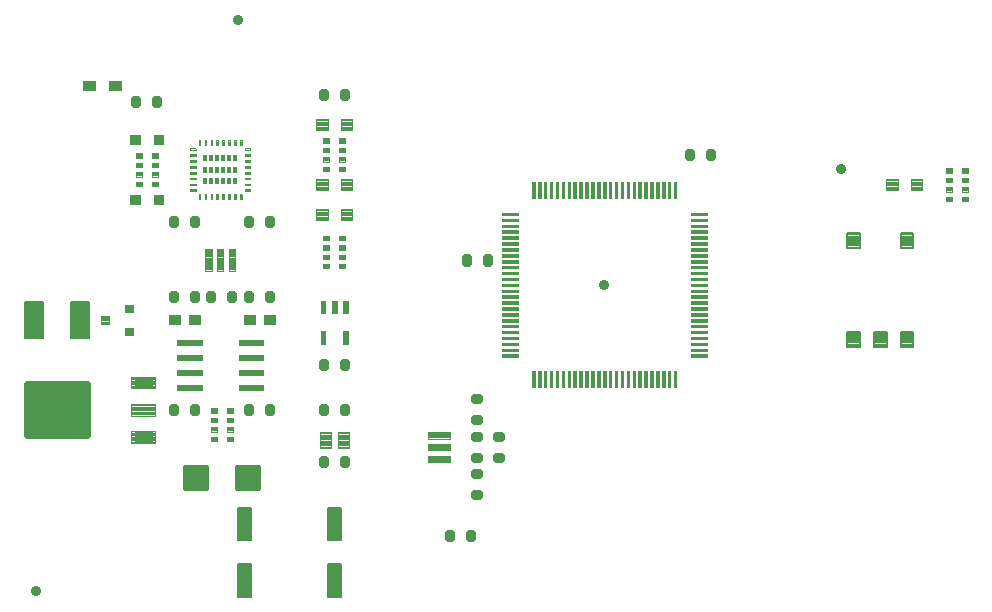
<source format=gtp>
G75*
G70*
%OFA0B0*%
%FSLAX24Y24*%
%IPPOS*%
%LPD*%
%AMOC8*
5,1,8,0,0,1.08239X$1,22.5*
%
%ADD10C,0.0050*%
%ADD11C,0.0043*%
%ADD12C,0.0085*%
%ADD13C,0.0360*%
%ADD14C,0.0191*%
%ADD15C,0.0035*%
%ADD16C,0.0043*%
%ADD17C,0.0078*%
%ADD18C,0.0255*%
%ADD19C,0.0034*%
%ADD20C,0.0067*%
%ADD21C,0.0036*%
%ADD22C,0.0036*%
%ADD23C,0.0041*%
%ADD24R,0.0118X0.0236*%
%ADD25C,0.0040*%
%ADD26C,0.0037*%
%ADD27C,0.0035*%
%ADD28C,0.0074*%
%ADD29C,0.0035*%
D10*
X013261Y007067D02*
X013261Y008143D01*
X013261Y007067D02*
X012815Y007067D01*
X012815Y008143D01*
X013261Y008143D01*
X013261Y007116D02*
X012815Y007116D01*
X012815Y007165D02*
X013261Y007165D01*
X013261Y007214D02*
X012815Y007214D01*
X012815Y007263D02*
X013261Y007263D01*
X013261Y007312D02*
X012815Y007312D01*
X012815Y007361D02*
X013261Y007361D01*
X013261Y007410D02*
X012815Y007410D01*
X012815Y007459D02*
X013261Y007459D01*
X013261Y007508D02*
X012815Y007508D01*
X012815Y007557D02*
X013261Y007557D01*
X013261Y007606D02*
X012815Y007606D01*
X012815Y007655D02*
X013261Y007655D01*
X013261Y007704D02*
X012815Y007704D01*
X012815Y007753D02*
X013261Y007753D01*
X013261Y007802D02*
X012815Y007802D01*
X012815Y007851D02*
X013261Y007851D01*
X013261Y007900D02*
X012815Y007900D01*
X012815Y007949D02*
X013261Y007949D01*
X013261Y007998D02*
X012815Y007998D01*
X012815Y008047D02*
X013261Y008047D01*
X013261Y008096D02*
X012815Y008096D01*
X013261Y008957D02*
X013261Y010033D01*
X013261Y008957D02*
X012815Y008957D01*
X012815Y010033D01*
X013261Y010033D01*
X013261Y009006D02*
X012815Y009006D01*
X012815Y009055D02*
X013261Y009055D01*
X013261Y009104D02*
X012815Y009104D01*
X012815Y009153D02*
X013261Y009153D01*
X013261Y009202D02*
X012815Y009202D01*
X012815Y009251D02*
X013261Y009251D01*
X013261Y009300D02*
X012815Y009300D01*
X012815Y009349D02*
X013261Y009349D01*
X013261Y009398D02*
X012815Y009398D01*
X012815Y009447D02*
X013261Y009447D01*
X013261Y009496D02*
X012815Y009496D01*
X012815Y009545D02*
X013261Y009545D01*
X013261Y009594D02*
X012815Y009594D01*
X012815Y009643D02*
X013261Y009643D01*
X013261Y009692D02*
X012815Y009692D01*
X012815Y009741D02*
X013261Y009741D01*
X013261Y009790D02*
X012815Y009790D01*
X012815Y009839D02*
X013261Y009839D01*
X013261Y009888D02*
X012815Y009888D01*
X012815Y009937D02*
X013261Y009937D01*
X013261Y009986D02*
X012815Y009986D01*
X016261Y010033D02*
X016261Y008957D01*
X015815Y008957D01*
X015815Y010033D01*
X016261Y010033D01*
X016261Y009006D02*
X015815Y009006D01*
X015815Y009055D02*
X016261Y009055D01*
X016261Y009104D02*
X015815Y009104D01*
X015815Y009153D02*
X016261Y009153D01*
X016261Y009202D02*
X015815Y009202D01*
X015815Y009251D02*
X016261Y009251D01*
X016261Y009300D02*
X015815Y009300D01*
X015815Y009349D02*
X016261Y009349D01*
X016261Y009398D02*
X015815Y009398D01*
X015815Y009447D02*
X016261Y009447D01*
X016261Y009496D02*
X015815Y009496D01*
X015815Y009545D02*
X016261Y009545D01*
X016261Y009594D02*
X015815Y009594D01*
X015815Y009643D02*
X016261Y009643D01*
X016261Y009692D02*
X015815Y009692D01*
X015815Y009741D02*
X016261Y009741D01*
X016261Y009790D02*
X015815Y009790D01*
X015815Y009839D02*
X016261Y009839D01*
X016261Y009888D02*
X015815Y009888D01*
X015815Y009937D02*
X016261Y009937D01*
X016261Y009986D02*
X015815Y009986D01*
X016261Y008143D02*
X016261Y007067D01*
X015815Y007067D01*
X015815Y008143D01*
X016261Y008143D01*
X016261Y007116D02*
X015815Y007116D01*
X015815Y007165D02*
X016261Y007165D01*
X016261Y007214D02*
X015815Y007214D01*
X015815Y007263D02*
X016261Y007263D01*
X016261Y007312D02*
X015815Y007312D01*
X015815Y007361D02*
X016261Y007361D01*
X016261Y007410D02*
X015815Y007410D01*
X015815Y007459D02*
X016261Y007459D01*
X016261Y007508D02*
X015815Y007508D01*
X015815Y007557D02*
X016261Y007557D01*
X016261Y007606D02*
X015815Y007606D01*
X015815Y007655D02*
X016261Y007655D01*
X016261Y007704D02*
X015815Y007704D01*
X015815Y007753D02*
X016261Y007753D01*
X016261Y007802D02*
X015815Y007802D01*
X015815Y007851D02*
X016261Y007851D01*
X016261Y007900D02*
X015815Y007900D01*
X015815Y007949D02*
X016261Y007949D01*
X016261Y007998D02*
X015815Y007998D01*
X015815Y008047D02*
X016261Y008047D01*
X016261Y008096D02*
X015815Y008096D01*
D11*
X015816Y019609D02*
X015816Y019991D01*
X015816Y019609D02*
X015434Y019609D01*
X015434Y019991D01*
X015816Y019991D01*
X015816Y019651D02*
X015434Y019651D01*
X015434Y019693D02*
X015816Y019693D01*
X015816Y019735D02*
X015434Y019735D01*
X015434Y019777D02*
X015816Y019777D01*
X015816Y019819D02*
X015434Y019819D01*
X015434Y019861D02*
X015816Y019861D01*
X015816Y019903D02*
X015434Y019903D01*
X015434Y019945D02*
X015816Y019945D01*
X015816Y019987D02*
X015434Y019987D01*
X016642Y019991D02*
X016642Y019609D01*
X016260Y019609D01*
X016260Y019991D01*
X016642Y019991D01*
X016642Y019651D02*
X016260Y019651D01*
X016260Y019693D02*
X016642Y019693D01*
X016642Y019735D02*
X016260Y019735D01*
X016260Y019777D02*
X016642Y019777D01*
X016642Y019819D02*
X016260Y019819D01*
X016260Y019861D02*
X016642Y019861D01*
X016642Y019903D02*
X016260Y019903D01*
X016260Y019945D02*
X016642Y019945D01*
X016642Y019987D02*
X016260Y019987D01*
X016642Y020609D02*
X016642Y020991D01*
X016642Y020609D02*
X016260Y020609D01*
X016260Y020991D01*
X016642Y020991D01*
X016642Y020651D02*
X016260Y020651D01*
X016260Y020693D02*
X016642Y020693D01*
X016642Y020735D02*
X016260Y020735D01*
X016260Y020777D02*
X016642Y020777D01*
X016642Y020819D02*
X016260Y020819D01*
X016260Y020861D02*
X016642Y020861D01*
X016642Y020903D02*
X016260Y020903D01*
X016260Y020945D02*
X016642Y020945D01*
X016642Y020987D02*
X016260Y020987D01*
X015816Y020991D02*
X015816Y020609D01*
X015434Y020609D01*
X015434Y020991D01*
X015816Y020991D01*
X015816Y020651D02*
X015434Y020651D01*
X015434Y020693D02*
X015816Y020693D01*
X015816Y020735D02*
X015434Y020735D01*
X015434Y020777D02*
X015816Y020777D01*
X015816Y020819D02*
X015434Y020819D01*
X015434Y020861D02*
X015816Y020861D01*
X015816Y020903D02*
X015434Y020903D01*
X015434Y020945D02*
X015816Y020945D01*
X015816Y020987D02*
X015434Y020987D01*
X015816Y022609D02*
X015816Y022991D01*
X015816Y022609D02*
X015434Y022609D01*
X015434Y022991D01*
X015816Y022991D01*
X015816Y022651D02*
X015434Y022651D01*
X015434Y022693D02*
X015816Y022693D01*
X015816Y022735D02*
X015434Y022735D01*
X015434Y022777D02*
X015816Y022777D01*
X015816Y022819D02*
X015434Y022819D01*
X015434Y022861D02*
X015816Y022861D01*
X015816Y022903D02*
X015434Y022903D01*
X015434Y022945D02*
X015816Y022945D01*
X015816Y022987D02*
X015434Y022987D01*
X016642Y022991D02*
X016642Y022609D01*
X016260Y022609D01*
X016260Y022991D01*
X016642Y022991D01*
X016642Y022651D02*
X016260Y022651D01*
X016260Y022693D02*
X016642Y022693D01*
X016642Y022735D02*
X016260Y022735D01*
X016260Y022777D02*
X016642Y022777D01*
X016642Y022819D02*
X016260Y022819D01*
X016260Y022861D02*
X016642Y022861D01*
X016642Y022903D02*
X016260Y022903D01*
X016260Y022945D02*
X016642Y022945D01*
X016642Y022987D02*
X016260Y022987D01*
X034816Y020991D02*
X034816Y020609D01*
X034434Y020609D01*
X034434Y020991D01*
X034816Y020991D01*
X034816Y020651D02*
X034434Y020651D01*
X034434Y020693D02*
X034816Y020693D01*
X034816Y020735D02*
X034434Y020735D01*
X034434Y020777D02*
X034816Y020777D01*
X034816Y020819D02*
X034434Y020819D01*
X034434Y020861D02*
X034816Y020861D01*
X034816Y020903D02*
X034434Y020903D01*
X034434Y020945D02*
X034816Y020945D01*
X034816Y020987D02*
X034434Y020987D01*
X035642Y020991D02*
X035642Y020609D01*
X035260Y020609D01*
X035260Y020991D01*
X035642Y020991D01*
X035642Y020651D02*
X035260Y020651D01*
X035260Y020693D02*
X035642Y020693D01*
X035642Y020735D02*
X035260Y020735D01*
X035260Y020777D02*
X035642Y020777D01*
X035642Y020819D02*
X035260Y020819D01*
X035260Y020861D02*
X035642Y020861D01*
X035642Y020903D02*
X035260Y020903D01*
X035260Y020945D02*
X035642Y020945D01*
X035642Y020987D02*
X035260Y020987D01*
D12*
X013537Y011433D02*
X012771Y011433D01*
X013537Y011433D02*
X013537Y010667D01*
X012771Y010667D01*
X012771Y011433D01*
X012771Y010751D02*
X013537Y010751D01*
X013537Y010835D02*
X012771Y010835D01*
X012771Y010919D02*
X013537Y010919D01*
X013537Y011003D02*
X012771Y011003D01*
X012771Y011087D02*
X013537Y011087D01*
X013537Y011171D02*
X012771Y011171D01*
X012771Y011255D02*
X013537Y011255D01*
X013537Y011339D02*
X012771Y011339D01*
X012771Y011423D02*
X013537Y011423D01*
X011805Y011433D02*
X011039Y011433D01*
X011805Y011433D02*
X011805Y010667D01*
X011039Y010667D01*
X011039Y011433D01*
X011039Y010751D02*
X011805Y010751D01*
X011805Y010835D02*
X011039Y010835D01*
X011039Y010919D02*
X011805Y010919D01*
X011805Y011003D02*
X011039Y011003D01*
X011039Y011087D02*
X011805Y011087D01*
X011805Y011171D02*
X011039Y011171D01*
X011039Y011255D02*
X011805Y011255D01*
X011805Y011339D02*
X011039Y011339D01*
X011039Y011423D02*
X011805Y011423D01*
D13*
X006088Y007250D03*
X025038Y017460D03*
X032928Y021336D03*
X012838Y026300D03*
D14*
X007823Y014161D02*
X007823Y012439D01*
X005785Y012439D01*
X005785Y014161D01*
X007823Y014161D01*
X007823Y012629D02*
X005785Y012629D01*
X005785Y012819D02*
X007823Y012819D01*
X007823Y013009D02*
X005785Y013009D01*
X005785Y013199D02*
X007823Y013199D01*
X007823Y013389D02*
X005785Y013389D01*
X005785Y013579D02*
X007823Y013579D01*
X007823Y013769D02*
X005785Y013769D01*
X005785Y013959D02*
X007823Y013959D01*
X007823Y014149D02*
X005785Y014149D01*
D15*
X009956Y014038D02*
X009956Y014358D01*
X009956Y014038D02*
X009400Y014038D01*
X009400Y014358D01*
X009956Y014358D01*
X009956Y014072D02*
X009400Y014072D01*
X009400Y014106D02*
X009956Y014106D01*
X009956Y014140D02*
X009400Y014140D01*
X009400Y014174D02*
X009956Y014174D01*
X009956Y014208D02*
X009400Y014208D01*
X009400Y014242D02*
X009956Y014242D01*
X009956Y014276D02*
X009400Y014276D01*
X009400Y014310D02*
X009956Y014310D01*
X009956Y014344D02*
X009400Y014344D01*
X010523Y016140D02*
X010883Y016140D01*
X010523Y016140D02*
X010523Y016460D01*
X010883Y016460D01*
X010883Y016140D01*
X010883Y016174D02*
X010523Y016174D01*
X010523Y016208D02*
X010883Y016208D01*
X010883Y016242D02*
X010523Y016242D01*
X010523Y016276D02*
X010883Y016276D01*
X010883Y016310D02*
X010523Y016310D01*
X010523Y016344D02*
X010883Y016344D01*
X010883Y016378D02*
X010523Y016378D01*
X010523Y016412D02*
X010883Y016412D01*
X010883Y016446D02*
X010523Y016446D01*
X011193Y016140D02*
X011553Y016140D01*
X011193Y016140D02*
X011193Y016460D01*
X011553Y016460D01*
X011553Y016140D01*
X011553Y016174D02*
X011193Y016174D01*
X011193Y016208D02*
X011553Y016208D01*
X011553Y016242D02*
X011193Y016242D01*
X011193Y016276D02*
X011553Y016276D01*
X011553Y016310D02*
X011193Y016310D01*
X011193Y016344D02*
X011553Y016344D01*
X011553Y016378D02*
X011193Y016378D01*
X011193Y016412D02*
X011553Y016412D01*
X011553Y016446D02*
X011193Y016446D01*
X013023Y016140D02*
X013383Y016140D01*
X013023Y016140D02*
X013023Y016460D01*
X013383Y016460D01*
X013383Y016140D01*
X013383Y016174D02*
X013023Y016174D01*
X013023Y016208D02*
X013383Y016208D01*
X013383Y016242D02*
X013023Y016242D01*
X013023Y016276D02*
X013383Y016276D01*
X013383Y016310D02*
X013023Y016310D01*
X013023Y016344D02*
X013383Y016344D01*
X013383Y016378D02*
X013023Y016378D01*
X013023Y016412D02*
X013383Y016412D01*
X013383Y016446D02*
X013023Y016446D01*
X013693Y016140D02*
X014053Y016140D01*
X013693Y016140D02*
X013693Y016460D01*
X014053Y016460D01*
X014053Y016140D01*
X014053Y016174D02*
X013693Y016174D01*
X013693Y016208D02*
X014053Y016208D01*
X014053Y016242D02*
X013693Y016242D01*
X013693Y016276D02*
X014053Y016276D01*
X014053Y016310D02*
X013693Y016310D01*
X013693Y016344D02*
X014053Y016344D01*
X014053Y016378D02*
X013693Y016378D01*
X013693Y016412D02*
X014053Y016412D01*
X014053Y016446D02*
X013693Y016446D01*
X010342Y020140D02*
X010022Y020140D01*
X010022Y020460D01*
X010342Y020460D01*
X010342Y020140D01*
X010342Y020174D02*
X010022Y020174D01*
X010022Y020208D02*
X010342Y020208D01*
X010342Y020242D02*
X010022Y020242D01*
X010022Y020276D02*
X010342Y020276D01*
X010342Y020310D02*
X010022Y020310D01*
X010022Y020344D02*
X010342Y020344D01*
X010342Y020378D02*
X010022Y020378D01*
X010022Y020412D02*
X010342Y020412D01*
X010342Y020446D02*
X010022Y020446D01*
X009554Y020140D02*
X009234Y020140D01*
X009234Y020460D01*
X009554Y020460D01*
X009554Y020140D01*
X009554Y020174D02*
X009234Y020174D01*
X009234Y020208D02*
X009554Y020208D01*
X009554Y020242D02*
X009234Y020242D01*
X009234Y020276D02*
X009554Y020276D01*
X009554Y020310D02*
X009234Y020310D01*
X009234Y020344D02*
X009554Y020344D01*
X009554Y020378D02*
X009234Y020378D01*
X009234Y020412D02*
X009554Y020412D01*
X009554Y020446D02*
X009234Y020446D01*
X009234Y022140D02*
X009554Y022140D01*
X009234Y022140D02*
X009234Y022460D01*
X009554Y022460D01*
X009554Y022140D01*
X009554Y022174D02*
X009234Y022174D01*
X009234Y022208D02*
X009554Y022208D01*
X009554Y022242D02*
X009234Y022242D01*
X009234Y022276D02*
X009554Y022276D01*
X009554Y022310D02*
X009234Y022310D01*
X009234Y022344D02*
X009554Y022344D01*
X009554Y022378D02*
X009234Y022378D01*
X009234Y022412D02*
X009554Y022412D01*
X009554Y022446D02*
X009234Y022446D01*
X010022Y022140D02*
X010342Y022140D01*
X010022Y022140D02*
X010022Y022460D01*
X010342Y022460D01*
X010342Y022140D01*
X010342Y022174D02*
X010022Y022174D01*
X010022Y022208D02*
X010342Y022208D01*
X010342Y022242D02*
X010022Y022242D01*
X010022Y022276D02*
X010342Y022276D01*
X010342Y022310D02*
X010022Y022310D01*
X010022Y022344D02*
X010342Y022344D01*
X010342Y022378D02*
X010022Y022378D01*
X010022Y022412D02*
X010342Y022412D01*
X010342Y022446D02*
X010022Y022446D01*
X008920Y024260D02*
X008522Y024260D01*
X008920Y024260D02*
X008920Y023940D01*
X008522Y023940D01*
X008522Y024260D01*
X008522Y023974D02*
X008920Y023974D01*
X008920Y024008D02*
X008522Y024008D01*
X008522Y024042D02*
X008920Y024042D01*
X008920Y024076D02*
X008522Y024076D01*
X008522Y024110D02*
X008920Y024110D01*
X008920Y024144D02*
X008522Y024144D01*
X008522Y024178D02*
X008920Y024178D01*
X008920Y024212D02*
X008522Y024212D01*
X008522Y024246D02*
X008920Y024246D01*
X008054Y024260D02*
X007656Y024260D01*
X008054Y024260D02*
X008054Y023940D01*
X007656Y023940D01*
X007656Y024260D01*
X007656Y023974D02*
X008054Y023974D01*
X008054Y024008D02*
X007656Y024008D01*
X007656Y024042D02*
X008054Y024042D01*
X008054Y024076D02*
X007656Y024076D01*
X007656Y024110D02*
X008054Y024110D01*
X008054Y024144D02*
X007656Y024144D01*
X007656Y024178D02*
X008054Y024178D01*
X008054Y024212D02*
X007656Y024212D01*
X007656Y024246D02*
X008054Y024246D01*
X009956Y012562D02*
X009956Y012242D01*
X009400Y012242D01*
X009400Y012562D01*
X009956Y012562D01*
X009956Y012276D02*
X009400Y012276D01*
X009400Y012310D02*
X009956Y012310D01*
X009956Y012344D02*
X009400Y012344D01*
X009400Y012378D02*
X009956Y012378D01*
X009956Y012412D02*
X009400Y012412D01*
X009400Y012446D02*
X009956Y012446D01*
X009956Y012480D02*
X009400Y012480D01*
X009400Y012514D02*
X009956Y012514D01*
X009956Y012548D02*
X009400Y012548D01*
D16*
X010053Y012585D02*
X010053Y012195D01*
X009263Y012195D01*
X009263Y012585D01*
X010053Y012585D01*
X010053Y012237D02*
X009263Y012237D01*
X009263Y012279D02*
X010053Y012279D01*
X010053Y012321D02*
X009263Y012321D01*
X009263Y012363D02*
X010053Y012363D01*
X010053Y012405D02*
X009263Y012405D01*
X009263Y012447D02*
X010053Y012447D01*
X010053Y012489D02*
X009263Y012489D01*
X009263Y012531D02*
X010053Y012531D01*
X010053Y012573D02*
X009263Y012573D01*
X010053Y013105D02*
X010053Y013495D01*
X010053Y013105D02*
X009263Y013105D01*
X009263Y013495D01*
X010053Y013495D01*
X010053Y013147D02*
X009263Y013147D01*
X009263Y013189D02*
X010053Y013189D01*
X010053Y013231D02*
X009263Y013231D01*
X009263Y013273D02*
X010053Y013273D01*
X010053Y013315D02*
X009263Y013315D01*
X009263Y013357D02*
X010053Y013357D01*
X010053Y013399D02*
X009263Y013399D01*
X009263Y013441D02*
X010053Y013441D01*
X010053Y013483D02*
X009263Y013483D01*
X010053Y014015D02*
X010053Y014405D01*
X010053Y014015D02*
X009263Y014015D01*
X009263Y014405D01*
X010053Y014405D01*
X010053Y014057D02*
X009263Y014057D01*
X009263Y014099D02*
X010053Y014099D01*
X010053Y014141D02*
X009263Y014141D01*
X009263Y014183D02*
X010053Y014183D01*
X010053Y014225D02*
X009263Y014225D01*
X009263Y014267D02*
X010053Y014267D01*
X010053Y014309D02*
X009263Y014309D01*
X009263Y014351D02*
X010053Y014351D01*
X010053Y014393D02*
X009263Y014393D01*
D17*
X007569Y013926D02*
X007569Y012674D01*
X006867Y012674D01*
X006867Y013926D01*
X007569Y013926D01*
X007569Y012751D02*
X006867Y012751D01*
X006867Y012828D02*
X007569Y012828D01*
X007569Y012905D02*
X006867Y012905D01*
X006867Y012982D02*
X007569Y012982D01*
X007569Y013059D02*
X006867Y013059D01*
X006867Y013136D02*
X007569Y013136D01*
X007569Y013213D02*
X006867Y013213D01*
X006867Y013290D02*
X007569Y013290D01*
X007569Y013367D02*
X006867Y013367D01*
X006867Y013444D02*
X007569Y013444D01*
X007569Y013521D02*
X006867Y013521D01*
X006867Y013598D02*
X007569Y013598D01*
X007569Y013675D02*
X006867Y013675D01*
X006867Y013752D02*
X007569Y013752D01*
X007569Y013829D02*
X006867Y013829D01*
X006867Y013906D02*
X007569Y013906D01*
D18*
X010720Y013372D02*
X010720Y013228D01*
X010656Y013228D01*
X010656Y013372D01*
X010720Y013372D01*
X011420Y013372D02*
X011420Y013228D01*
X011356Y013228D01*
X011356Y013372D01*
X011420Y013372D01*
X013156Y013372D02*
X013156Y013228D01*
X013156Y013372D02*
X013220Y013372D01*
X013220Y013228D01*
X013156Y013228D01*
X013856Y013228D02*
X013856Y013372D01*
X013920Y013372D01*
X013920Y013228D01*
X013856Y013228D01*
X015720Y013228D02*
X015720Y013372D01*
X015720Y013228D02*
X015656Y013228D01*
X015656Y013372D01*
X015720Y013372D01*
X016420Y013372D02*
X016420Y013228D01*
X016356Y013228D01*
X016356Y013372D01*
X016420Y013372D01*
X016420Y014728D02*
X016420Y014872D01*
X016420Y014728D02*
X016356Y014728D01*
X016356Y014872D01*
X016420Y014872D01*
X015720Y014872D02*
X015720Y014728D01*
X015656Y014728D01*
X015656Y014872D01*
X015720Y014872D01*
X013920Y016978D02*
X013920Y017122D01*
X013920Y016978D02*
X013856Y016978D01*
X013856Y017122D01*
X013920Y017122D01*
X013220Y017122D02*
X013220Y016978D01*
X013156Y016978D01*
X013156Y017122D01*
X013220Y017122D01*
X012670Y016978D02*
X012606Y016978D01*
X012606Y017122D01*
X012670Y017122D01*
X012670Y016978D01*
X011970Y016978D02*
X011906Y016978D01*
X011906Y017122D01*
X011970Y017122D01*
X011970Y016978D01*
X011356Y016978D02*
X011356Y017122D01*
X011420Y017122D01*
X011420Y016978D01*
X011356Y016978D01*
X010656Y016978D02*
X010656Y017122D01*
X010720Y017122D01*
X010720Y016978D01*
X010656Y016978D01*
X010656Y019622D02*
X010720Y019622D01*
X010720Y019478D01*
X010656Y019478D01*
X010656Y019622D01*
X011356Y019622D02*
X011420Y019622D01*
X011420Y019478D01*
X011356Y019478D01*
X011356Y019622D01*
X013220Y019622D02*
X013220Y019478D01*
X013156Y019478D01*
X013156Y019622D01*
X013220Y019622D01*
X013920Y019622D02*
X013920Y019478D01*
X013856Y019478D01*
X013856Y019622D01*
X013920Y019622D01*
X020422Y018348D02*
X020422Y018204D01*
X020422Y018348D02*
X020486Y018348D01*
X020486Y018204D01*
X020422Y018204D01*
X021122Y018204D02*
X021122Y018348D01*
X021186Y018348D01*
X021186Y018204D01*
X021122Y018204D01*
X027920Y021728D02*
X027920Y021872D01*
X027920Y021728D02*
X027856Y021728D01*
X027856Y021872D01*
X027920Y021872D01*
X028620Y021872D02*
X028620Y021728D01*
X028556Y021728D01*
X028556Y021872D01*
X028620Y021872D01*
X016420Y023728D02*
X016420Y023872D01*
X016420Y023728D02*
X016356Y023728D01*
X016356Y023872D01*
X016420Y023872D01*
X015720Y023872D02*
X015720Y023728D01*
X015656Y023728D01*
X015656Y023872D01*
X015720Y023872D01*
X010106Y023622D02*
X010106Y023478D01*
X010106Y023622D02*
X010170Y023622D01*
X010170Y023478D01*
X010106Y023478D01*
X009406Y023478D02*
X009406Y023622D01*
X009470Y023622D01*
X009470Y023478D01*
X009406Y023478D01*
X020716Y013618D02*
X020860Y013618D01*
X020716Y013618D02*
X020716Y013682D01*
X020860Y013682D01*
X020860Y013618D01*
X020860Y012918D02*
X020716Y012918D01*
X020716Y012982D01*
X020860Y012982D01*
X020860Y012918D01*
X020860Y012432D02*
X020860Y012368D01*
X020716Y012368D01*
X020716Y012432D01*
X020860Y012432D01*
X021466Y012432D02*
X021466Y012368D01*
X021466Y012432D02*
X021610Y012432D01*
X021610Y012368D01*
X021466Y012368D01*
X021466Y011732D02*
X021466Y011668D01*
X021466Y011732D02*
X021610Y011732D01*
X021610Y011668D01*
X021466Y011668D01*
X020860Y011668D02*
X020860Y011732D01*
X020860Y011668D02*
X020716Y011668D01*
X020716Y011732D01*
X020860Y011732D01*
X020860Y011182D02*
X020716Y011182D01*
X020860Y011182D02*
X020860Y011118D01*
X020716Y011118D01*
X020716Y011182D01*
X020716Y010482D02*
X020860Y010482D01*
X020860Y010418D01*
X020716Y010418D01*
X020716Y010482D01*
X020620Y009172D02*
X020620Y009028D01*
X020556Y009028D01*
X020556Y009172D01*
X020620Y009172D01*
X019920Y009172D02*
X019920Y009028D01*
X019856Y009028D01*
X019856Y009172D01*
X019920Y009172D01*
X016356Y011478D02*
X016356Y011622D01*
X016420Y011622D01*
X016420Y011478D01*
X016356Y011478D01*
X015656Y011478D02*
X015656Y011622D01*
X015720Y011622D01*
X015720Y011478D01*
X015656Y011478D01*
D19*
X021620Y015056D02*
X022156Y015056D01*
X021620Y015056D02*
X021620Y015140D01*
X022156Y015140D01*
X022156Y015056D01*
X022156Y015089D02*
X021620Y015089D01*
X021620Y015122D02*
X022156Y015122D01*
X022156Y015253D02*
X021620Y015253D01*
X021620Y015337D01*
X022156Y015337D01*
X022156Y015253D01*
X022156Y015286D02*
X021620Y015286D01*
X021620Y015319D02*
X022156Y015319D01*
X022156Y015449D02*
X021620Y015449D01*
X021620Y015533D01*
X022156Y015533D01*
X022156Y015449D01*
X022156Y015482D02*
X021620Y015482D01*
X021620Y015515D02*
X022156Y015515D01*
X022156Y015646D02*
X021620Y015646D01*
X021620Y015730D01*
X022156Y015730D01*
X022156Y015646D01*
X022156Y015679D02*
X021620Y015679D01*
X021620Y015712D02*
X022156Y015712D01*
X022156Y015843D02*
X021620Y015843D01*
X021620Y015927D01*
X022156Y015927D01*
X022156Y015843D01*
X022156Y015876D02*
X021620Y015876D01*
X021620Y015909D02*
X022156Y015909D01*
X022156Y016040D02*
X021620Y016040D01*
X021620Y016124D01*
X022156Y016124D01*
X022156Y016040D01*
X022156Y016073D02*
X021620Y016073D01*
X021620Y016106D02*
X022156Y016106D01*
X022156Y016237D02*
X021620Y016237D01*
X021620Y016321D01*
X022156Y016321D01*
X022156Y016237D01*
X022156Y016270D02*
X021620Y016270D01*
X021620Y016303D02*
X022156Y016303D01*
X022156Y016434D02*
X021620Y016434D01*
X021620Y016518D01*
X022156Y016518D01*
X022156Y016434D01*
X022156Y016467D02*
X021620Y016467D01*
X021620Y016500D02*
X022156Y016500D01*
X022156Y016631D02*
X021620Y016631D01*
X021620Y016715D01*
X022156Y016715D01*
X022156Y016631D01*
X022156Y016664D02*
X021620Y016664D01*
X021620Y016697D02*
X022156Y016697D01*
X022156Y016827D02*
X021620Y016827D01*
X021620Y016911D01*
X022156Y016911D01*
X022156Y016827D01*
X022156Y016860D02*
X021620Y016860D01*
X021620Y016893D02*
X022156Y016893D01*
X022156Y017024D02*
X021620Y017024D01*
X021620Y017108D01*
X022156Y017108D01*
X022156Y017024D01*
X022156Y017057D02*
X021620Y017057D01*
X021620Y017090D02*
X022156Y017090D01*
X022156Y017221D02*
X021620Y017221D01*
X021620Y017305D01*
X022156Y017305D01*
X022156Y017221D01*
X022156Y017254D02*
X021620Y017254D01*
X021620Y017287D02*
X022156Y017287D01*
X022156Y017418D02*
X021620Y017418D01*
X021620Y017502D01*
X022156Y017502D01*
X022156Y017418D01*
X022156Y017451D02*
X021620Y017451D01*
X021620Y017484D02*
X022156Y017484D01*
X022156Y017615D02*
X021620Y017615D01*
X021620Y017699D01*
X022156Y017699D01*
X022156Y017615D01*
X022156Y017648D02*
X021620Y017648D01*
X021620Y017681D02*
X022156Y017681D01*
X022156Y017812D02*
X021620Y017812D01*
X021620Y017896D01*
X022156Y017896D01*
X022156Y017812D01*
X022156Y017845D02*
X021620Y017845D01*
X021620Y017878D02*
X022156Y017878D01*
X022156Y018009D02*
X021620Y018009D01*
X021620Y018093D01*
X022156Y018093D01*
X022156Y018009D01*
X022156Y018042D02*
X021620Y018042D01*
X021620Y018075D02*
X022156Y018075D01*
X022156Y018205D02*
X021620Y018205D01*
X021620Y018289D01*
X022156Y018289D01*
X022156Y018205D01*
X022156Y018238D02*
X021620Y018238D01*
X021620Y018271D02*
X022156Y018271D01*
X022156Y018402D02*
X021620Y018402D01*
X021620Y018486D01*
X022156Y018486D01*
X022156Y018402D01*
X022156Y018435D02*
X021620Y018435D01*
X021620Y018468D02*
X022156Y018468D01*
X022156Y018599D02*
X021620Y018599D01*
X021620Y018683D01*
X022156Y018683D01*
X022156Y018599D01*
X022156Y018632D02*
X021620Y018632D01*
X021620Y018665D02*
X022156Y018665D01*
X022156Y018796D02*
X021620Y018796D01*
X021620Y018880D01*
X022156Y018880D01*
X022156Y018796D01*
X022156Y018829D02*
X021620Y018829D01*
X021620Y018862D02*
X022156Y018862D01*
X022156Y018993D02*
X021620Y018993D01*
X021620Y019077D01*
X022156Y019077D01*
X022156Y018993D01*
X022156Y019026D02*
X021620Y019026D01*
X021620Y019059D02*
X022156Y019059D01*
X022156Y019190D02*
X021620Y019190D01*
X021620Y019274D01*
X022156Y019274D01*
X022156Y019190D01*
X022156Y019223D02*
X021620Y019223D01*
X021620Y019256D02*
X022156Y019256D01*
X022156Y019387D02*
X021620Y019387D01*
X021620Y019471D01*
X022156Y019471D01*
X022156Y019387D01*
X022156Y019420D02*
X021620Y019420D01*
X021620Y019453D02*
X022156Y019453D01*
X022156Y019583D02*
X021620Y019583D01*
X021620Y019667D01*
X022156Y019667D01*
X022156Y019583D01*
X022156Y019616D02*
X021620Y019616D01*
X021620Y019649D02*
X022156Y019649D01*
X022156Y019780D02*
X021620Y019780D01*
X021620Y019864D01*
X022156Y019864D01*
X022156Y019780D01*
X022156Y019813D02*
X021620Y019813D01*
X021620Y019846D02*
X022156Y019846D01*
X022634Y020342D02*
X022718Y020342D01*
X022634Y020342D02*
X022634Y020878D01*
X022718Y020878D01*
X022718Y020342D01*
X022718Y020375D02*
X022634Y020375D01*
X022634Y020408D02*
X022718Y020408D01*
X022718Y020441D02*
X022634Y020441D01*
X022634Y020474D02*
X022718Y020474D01*
X022718Y020507D02*
X022634Y020507D01*
X022634Y020540D02*
X022718Y020540D01*
X022718Y020573D02*
X022634Y020573D01*
X022634Y020606D02*
X022718Y020606D01*
X022718Y020639D02*
X022634Y020639D01*
X022634Y020672D02*
X022718Y020672D01*
X022718Y020705D02*
X022634Y020705D01*
X022634Y020738D02*
X022718Y020738D01*
X022718Y020771D02*
X022634Y020771D01*
X022634Y020804D02*
X022718Y020804D01*
X022718Y020837D02*
X022634Y020837D01*
X022634Y020870D02*
X022718Y020870D01*
X022831Y020342D02*
X022915Y020342D01*
X022831Y020342D02*
X022831Y020878D01*
X022915Y020878D01*
X022915Y020342D01*
X022915Y020375D02*
X022831Y020375D01*
X022831Y020408D02*
X022915Y020408D01*
X022915Y020441D02*
X022831Y020441D01*
X022831Y020474D02*
X022915Y020474D01*
X022915Y020507D02*
X022831Y020507D01*
X022831Y020540D02*
X022915Y020540D01*
X022915Y020573D02*
X022831Y020573D01*
X022831Y020606D02*
X022915Y020606D01*
X022915Y020639D02*
X022831Y020639D01*
X022831Y020672D02*
X022915Y020672D01*
X022915Y020705D02*
X022831Y020705D01*
X022831Y020738D02*
X022915Y020738D01*
X022915Y020771D02*
X022831Y020771D01*
X022831Y020804D02*
X022915Y020804D01*
X022915Y020837D02*
X022831Y020837D01*
X022831Y020870D02*
X022915Y020870D01*
X023027Y020342D02*
X023111Y020342D01*
X023027Y020342D02*
X023027Y020878D01*
X023111Y020878D01*
X023111Y020342D01*
X023111Y020375D02*
X023027Y020375D01*
X023027Y020408D02*
X023111Y020408D01*
X023111Y020441D02*
X023027Y020441D01*
X023027Y020474D02*
X023111Y020474D01*
X023111Y020507D02*
X023027Y020507D01*
X023027Y020540D02*
X023111Y020540D01*
X023111Y020573D02*
X023027Y020573D01*
X023027Y020606D02*
X023111Y020606D01*
X023111Y020639D02*
X023027Y020639D01*
X023027Y020672D02*
X023111Y020672D01*
X023111Y020705D02*
X023027Y020705D01*
X023027Y020738D02*
X023111Y020738D01*
X023111Y020771D02*
X023027Y020771D01*
X023027Y020804D02*
X023111Y020804D01*
X023111Y020837D02*
X023027Y020837D01*
X023027Y020870D02*
X023111Y020870D01*
X023224Y020342D02*
X023308Y020342D01*
X023224Y020342D02*
X023224Y020878D01*
X023308Y020878D01*
X023308Y020342D01*
X023308Y020375D02*
X023224Y020375D01*
X023224Y020408D02*
X023308Y020408D01*
X023308Y020441D02*
X023224Y020441D01*
X023224Y020474D02*
X023308Y020474D01*
X023308Y020507D02*
X023224Y020507D01*
X023224Y020540D02*
X023308Y020540D01*
X023308Y020573D02*
X023224Y020573D01*
X023224Y020606D02*
X023308Y020606D01*
X023308Y020639D02*
X023224Y020639D01*
X023224Y020672D02*
X023308Y020672D01*
X023308Y020705D02*
X023224Y020705D01*
X023224Y020738D02*
X023308Y020738D01*
X023308Y020771D02*
X023224Y020771D01*
X023224Y020804D02*
X023308Y020804D01*
X023308Y020837D02*
X023224Y020837D01*
X023224Y020870D02*
X023308Y020870D01*
X023421Y020342D02*
X023505Y020342D01*
X023421Y020342D02*
X023421Y020878D01*
X023505Y020878D01*
X023505Y020342D01*
X023505Y020375D02*
X023421Y020375D01*
X023421Y020408D02*
X023505Y020408D01*
X023505Y020441D02*
X023421Y020441D01*
X023421Y020474D02*
X023505Y020474D01*
X023505Y020507D02*
X023421Y020507D01*
X023421Y020540D02*
X023505Y020540D01*
X023505Y020573D02*
X023421Y020573D01*
X023421Y020606D02*
X023505Y020606D01*
X023505Y020639D02*
X023421Y020639D01*
X023421Y020672D02*
X023505Y020672D01*
X023505Y020705D02*
X023421Y020705D01*
X023421Y020738D02*
X023505Y020738D01*
X023505Y020771D02*
X023421Y020771D01*
X023421Y020804D02*
X023505Y020804D01*
X023505Y020837D02*
X023421Y020837D01*
X023421Y020870D02*
X023505Y020870D01*
X023618Y020342D02*
X023702Y020342D01*
X023618Y020342D02*
X023618Y020878D01*
X023702Y020878D01*
X023702Y020342D01*
X023702Y020375D02*
X023618Y020375D01*
X023618Y020408D02*
X023702Y020408D01*
X023702Y020441D02*
X023618Y020441D01*
X023618Y020474D02*
X023702Y020474D01*
X023702Y020507D02*
X023618Y020507D01*
X023618Y020540D02*
X023702Y020540D01*
X023702Y020573D02*
X023618Y020573D01*
X023618Y020606D02*
X023702Y020606D01*
X023702Y020639D02*
X023618Y020639D01*
X023618Y020672D02*
X023702Y020672D01*
X023702Y020705D02*
X023618Y020705D01*
X023618Y020738D02*
X023702Y020738D01*
X023702Y020771D02*
X023618Y020771D01*
X023618Y020804D02*
X023702Y020804D01*
X023702Y020837D02*
X023618Y020837D01*
X023618Y020870D02*
X023702Y020870D01*
X023815Y020342D02*
X023899Y020342D01*
X023815Y020342D02*
X023815Y020878D01*
X023899Y020878D01*
X023899Y020342D01*
X023899Y020375D02*
X023815Y020375D01*
X023815Y020408D02*
X023899Y020408D01*
X023899Y020441D02*
X023815Y020441D01*
X023815Y020474D02*
X023899Y020474D01*
X023899Y020507D02*
X023815Y020507D01*
X023815Y020540D02*
X023899Y020540D01*
X023899Y020573D02*
X023815Y020573D01*
X023815Y020606D02*
X023899Y020606D01*
X023899Y020639D02*
X023815Y020639D01*
X023815Y020672D02*
X023899Y020672D01*
X023899Y020705D02*
X023815Y020705D01*
X023815Y020738D02*
X023899Y020738D01*
X023899Y020771D02*
X023815Y020771D01*
X023815Y020804D02*
X023899Y020804D01*
X023899Y020837D02*
X023815Y020837D01*
X023815Y020870D02*
X023899Y020870D01*
X024012Y020342D02*
X024096Y020342D01*
X024012Y020342D02*
X024012Y020878D01*
X024096Y020878D01*
X024096Y020342D01*
X024096Y020375D02*
X024012Y020375D01*
X024012Y020408D02*
X024096Y020408D01*
X024096Y020441D02*
X024012Y020441D01*
X024012Y020474D02*
X024096Y020474D01*
X024096Y020507D02*
X024012Y020507D01*
X024012Y020540D02*
X024096Y020540D01*
X024096Y020573D02*
X024012Y020573D01*
X024012Y020606D02*
X024096Y020606D01*
X024096Y020639D02*
X024012Y020639D01*
X024012Y020672D02*
X024096Y020672D01*
X024096Y020705D02*
X024012Y020705D01*
X024012Y020738D02*
X024096Y020738D01*
X024096Y020771D02*
X024012Y020771D01*
X024012Y020804D02*
X024096Y020804D01*
X024096Y020837D02*
X024012Y020837D01*
X024012Y020870D02*
X024096Y020870D01*
X024208Y020342D02*
X024292Y020342D01*
X024208Y020342D02*
X024208Y020878D01*
X024292Y020878D01*
X024292Y020342D01*
X024292Y020375D02*
X024208Y020375D01*
X024208Y020408D02*
X024292Y020408D01*
X024292Y020441D02*
X024208Y020441D01*
X024208Y020474D02*
X024292Y020474D01*
X024292Y020507D02*
X024208Y020507D01*
X024208Y020540D02*
X024292Y020540D01*
X024292Y020573D02*
X024208Y020573D01*
X024208Y020606D02*
X024292Y020606D01*
X024292Y020639D02*
X024208Y020639D01*
X024208Y020672D02*
X024292Y020672D01*
X024292Y020705D02*
X024208Y020705D01*
X024208Y020738D02*
X024292Y020738D01*
X024292Y020771D02*
X024208Y020771D01*
X024208Y020804D02*
X024292Y020804D01*
X024292Y020837D02*
X024208Y020837D01*
X024208Y020870D02*
X024292Y020870D01*
X024405Y020342D02*
X024489Y020342D01*
X024405Y020342D02*
X024405Y020878D01*
X024489Y020878D01*
X024489Y020342D01*
X024489Y020375D02*
X024405Y020375D01*
X024405Y020408D02*
X024489Y020408D01*
X024489Y020441D02*
X024405Y020441D01*
X024405Y020474D02*
X024489Y020474D01*
X024489Y020507D02*
X024405Y020507D01*
X024405Y020540D02*
X024489Y020540D01*
X024489Y020573D02*
X024405Y020573D01*
X024405Y020606D02*
X024489Y020606D01*
X024489Y020639D02*
X024405Y020639D01*
X024405Y020672D02*
X024489Y020672D01*
X024489Y020705D02*
X024405Y020705D01*
X024405Y020738D02*
X024489Y020738D01*
X024489Y020771D02*
X024405Y020771D01*
X024405Y020804D02*
X024489Y020804D01*
X024489Y020837D02*
X024405Y020837D01*
X024405Y020870D02*
X024489Y020870D01*
X024602Y020342D02*
X024686Y020342D01*
X024602Y020342D02*
X024602Y020878D01*
X024686Y020878D01*
X024686Y020342D01*
X024686Y020375D02*
X024602Y020375D01*
X024602Y020408D02*
X024686Y020408D01*
X024686Y020441D02*
X024602Y020441D01*
X024602Y020474D02*
X024686Y020474D01*
X024686Y020507D02*
X024602Y020507D01*
X024602Y020540D02*
X024686Y020540D01*
X024686Y020573D02*
X024602Y020573D01*
X024602Y020606D02*
X024686Y020606D01*
X024686Y020639D02*
X024602Y020639D01*
X024602Y020672D02*
X024686Y020672D01*
X024686Y020705D02*
X024602Y020705D01*
X024602Y020738D02*
X024686Y020738D01*
X024686Y020771D02*
X024602Y020771D01*
X024602Y020804D02*
X024686Y020804D01*
X024686Y020837D02*
X024602Y020837D01*
X024602Y020870D02*
X024686Y020870D01*
X024799Y020342D02*
X024883Y020342D01*
X024799Y020342D02*
X024799Y020878D01*
X024883Y020878D01*
X024883Y020342D01*
X024883Y020375D02*
X024799Y020375D01*
X024799Y020408D02*
X024883Y020408D01*
X024883Y020441D02*
X024799Y020441D01*
X024799Y020474D02*
X024883Y020474D01*
X024883Y020507D02*
X024799Y020507D01*
X024799Y020540D02*
X024883Y020540D01*
X024883Y020573D02*
X024799Y020573D01*
X024799Y020606D02*
X024883Y020606D01*
X024883Y020639D02*
X024799Y020639D01*
X024799Y020672D02*
X024883Y020672D01*
X024883Y020705D02*
X024799Y020705D01*
X024799Y020738D02*
X024883Y020738D01*
X024883Y020771D02*
X024799Y020771D01*
X024799Y020804D02*
X024883Y020804D01*
X024883Y020837D02*
X024799Y020837D01*
X024799Y020870D02*
X024883Y020870D01*
X024996Y020342D02*
X025080Y020342D01*
X024996Y020342D02*
X024996Y020878D01*
X025080Y020878D01*
X025080Y020342D01*
X025080Y020375D02*
X024996Y020375D01*
X024996Y020408D02*
X025080Y020408D01*
X025080Y020441D02*
X024996Y020441D01*
X024996Y020474D02*
X025080Y020474D01*
X025080Y020507D02*
X024996Y020507D01*
X024996Y020540D02*
X025080Y020540D01*
X025080Y020573D02*
X024996Y020573D01*
X024996Y020606D02*
X025080Y020606D01*
X025080Y020639D02*
X024996Y020639D01*
X024996Y020672D02*
X025080Y020672D01*
X025080Y020705D02*
X024996Y020705D01*
X024996Y020738D02*
X025080Y020738D01*
X025080Y020771D02*
X024996Y020771D01*
X024996Y020804D02*
X025080Y020804D01*
X025080Y020837D02*
X024996Y020837D01*
X024996Y020870D02*
X025080Y020870D01*
X025193Y020342D02*
X025277Y020342D01*
X025193Y020342D02*
X025193Y020878D01*
X025277Y020878D01*
X025277Y020342D01*
X025277Y020375D02*
X025193Y020375D01*
X025193Y020408D02*
X025277Y020408D01*
X025277Y020441D02*
X025193Y020441D01*
X025193Y020474D02*
X025277Y020474D01*
X025277Y020507D02*
X025193Y020507D01*
X025193Y020540D02*
X025277Y020540D01*
X025277Y020573D02*
X025193Y020573D01*
X025193Y020606D02*
X025277Y020606D01*
X025277Y020639D02*
X025193Y020639D01*
X025193Y020672D02*
X025277Y020672D01*
X025277Y020705D02*
X025193Y020705D01*
X025193Y020738D02*
X025277Y020738D01*
X025277Y020771D02*
X025193Y020771D01*
X025193Y020804D02*
X025277Y020804D01*
X025277Y020837D02*
X025193Y020837D01*
X025193Y020870D02*
X025277Y020870D01*
X025390Y020342D02*
X025474Y020342D01*
X025390Y020342D02*
X025390Y020878D01*
X025474Y020878D01*
X025474Y020342D01*
X025474Y020375D02*
X025390Y020375D01*
X025390Y020408D02*
X025474Y020408D01*
X025474Y020441D02*
X025390Y020441D01*
X025390Y020474D02*
X025474Y020474D01*
X025474Y020507D02*
X025390Y020507D01*
X025390Y020540D02*
X025474Y020540D01*
X025474Y020573D02*
X025390Y020573D01*
X025390Y020606D02*
X025474Y020606D01*
X025474Y020639D02*
X025390Y020639D01*
X025390Y020672D02*
X025474Y020672D01*
X025474Y020705D02*
X025390Y020705D01*
X025390Y020738D02*
X025474Y020738D01*
X025474Y020771D02*
X025390Y020771D01*
X025390Y020804D02*
X025474Y020804D01*
X025474Y020837D02*
X025390Y020837D01*
X025390Y020870D02*
X025474Y020870D01*
X025586Y020342D02*
X025670Y020342D01*
X025586Y020342D02*
X025586Y020878D01*
X025670Y020878D01*
X025670Y020342D01*
X025670Y020375D02*
X025586Y020375D01*
X025586Y020408D02*
X025670Y020408D01*
X025670Y020441D02*
X025586Y020441D01*
X025586Y020474D02*
X025670Y020474D01*
X025670Y020507D02*
X025586Y020507D01*
X025586Y020540D02*
X025670Y020540D01*
X025670Y020573D02*
X025586Y020573D01*
X025586Y020606D02*
X025670Y020606D01*
X025670Y020639D02*
X025586Y020639D01*
X025586Y020672D02*
X025670Y020672D01*
X025670Y020705D02*
X025586Y020705D01*
X025586Y020738D02*
X025670Y020738D01*
X025670Y020771D02*
X025586Y020771D01*
X025586Y020804D02*
X025670Y020804D01*
X025670Y020837D02*
X025586Y020837D01*
X025586Y020870D02*
X025670Y020870D01*
X025783Y020342D02*
X025867Y020342D01*
X025783Y020342D02*
X025783Y020878D01*
X025867Y020878D01*
X025867Y020342D01*
X025867Y020375D02*
X025783Y020375D01*
X025783Y020408D02*
X025867Y020408D01*
X025867Y020441D02*
X025783Y020441D01*
X025783Y020474D02*
X025867Y020474D01*
X025867Y020507D02*
X025783Y020507D01*
X025783Y020540D02*
X025867Y020540D01*
X025867Y020573D02*
X025783Y020573D01*
X025783Y020606D02*
X025867Y020606D01*
X025867Y020639D02*
X025783Y020639D01*
X025783Y020672D02*
X025867Y020672D01*
X025867Y020705D02*
X025783Y020705D01*
X025783Y020738D02*
X025867Y020738D01*
X025867Y020771D02*
X025783Y020771D01*
X025783Y020804D02*
X025867Y020804D01*
X025867Y020837D02*
X025783Y020837D01*
X025783Y020870D02*
X025867Y020870D01*
X025980Y020342D02*
X026064Y020342D01*
X025980Y020342D02*
X025980Y020878D01*
X026064Y020878D01*
X026064Y020342D01*
X026064Y020375D02*
X025980Y020375D01*
X025980Y020408D02*
X026064Y020408D01*
X026064Y020441D02*
X025980Y020441D01*
X025980Y020474D02*
X026064Y020474D01*
X026064Y020507D02*
X025980Y020507D01*
X025980Y020540D02*
X026064Y020540D01*
X026064Y020573D02*
X025980Y020573D01*
X025980Y020606D02*
X026064Y020606D01*
X026064Y020639D02*
X025980Y020639D01*
X025980Y020672D02*
X026064Y020672D01*
X026064Y020705D02*
X025980Y020705D01*
X025980Y020738D02*
X026064Y020738D01*
X026064Y020771D02*
X025980Y020771D01*
X025980Y020804D02*
X026064Y020804D01*
X026064Y020837D02*
X025980Y020837D01*
X025980Y020870D02*
X026064Y020870D01*
X026177Y020342D02*
X026261Y020342D01*
X026177Y020342D02*
X026177Y020878D01*
X026261Y020878D01*
X026261Y020342D01*
X026261Y020375D02*
X026177Y020375D01*
X026177Y020408D02*
X026261Y020408D01*
X026261Y020441D02*
X026177Y020441D01*
X026177Y020474D02*
X026261Y020474D01*
X026261Y020507D02*
X026177Y020507D01*
X026177Y020540D02*
X026261Y020540D01*
X026261Y020573D02*
X026177Y020573D01*
X026177Y020606D02*
X026261Y020606D01*
X026261Y020639D02*
X026177Y020639D01*
X026177Y020672D02*
X026261Y020672D01*
X026261Y020705D02*
X026177Y020705D01*
X026177Y020738D02*
X026261Y020738D01*
X026261Y020771D02*
X026177Y020771D01*
X026177Y020804D02*
X026261Y020804D01*
X026261Y020837D02*
X026177Y020837D01*
X026177Y020870D02*
X026261Y020870D01*
X026374Y020342D02*
X026458Y020342D01*
X026374Y020342D02*
X026374Y020878D01*
X026458Y020878D01*
X026458Y020342D01*
X026458Y020375D02*
X026374Y020375D01*
X026374Y020408D02*
X026458Y020408D01*
X026458Y020441D02*
X026374Y020441D01*
X026374Y020474D02*
X026458Y020474D01*
X026458Y020507D02*
X026374Y020507D01*
X026374Y020540D02*
X026458Y020540D01*
X026458Y020573D02*
X026374Y020573D01*
X026374Y020606D02*
X026458Y020606D01*
X026458Y020639D02*
X026374Y020639D01*
X026374Y020672D02*
X026458Y020672D01*
X026458Y020705D02*
X026374Y020705D01*
X026374Y020738D02*
X026458Y020738D01*
X026458Y020771D02*
X026374Y020771D01*
X026374Y020804D02*
X026458Y020804D01*
X026458Y020837D02*
X026374Y020837D01*
X026374Y020870D02*
X026458Y020870D01*
X026571Y020342D02*
X026655Y020342D01*
X026571Y020342D02*
X026571Y020878D01*
X026655Y020878D01*
X026655Y020342D01*
X026655Y020375D02*
X026571Y020375D01*
X026571Y020408D02*
X026655Y020408D01*
X026655Y020441D02*
X026571Y020441D01*
X026571Y020474D02*
X026655Y020474D01*
X026655Y020507D02*
X026571Y020507D01*
X026571Y020540D02*
X026655Y020540D01*
X026655Y020573D02*
X026571Y020573D01*
X026571Y020606D02*
X026655Y020606D01*
X026655Y020639D02*
X026571Y020639D01*
X026571Y020672D02*
X026655Y020672D01*
X026655Y020705D02*
X026571Y020705D01*
X026571Y020738D02*
X026655Y020738D01*
X026655Y020771D02*
X026571Y020771D01*
X026571Y020804D02*
X026655Y020804D01*
X026655Y020837D02*
X026571Y020837D01*
X026571Y020870D02*
X026655Y020870D01*
X026768Y020342D02*
X026852Y020342D01*
X026768Y020342D02*
X026768Y020878D01*
X026852Y020878D01*
X026852Y020342D01*
X026852Y020375D02*
X026768Y020375D01*
X026768Y020408D02*
X026852Y020408D01*
X026852Y020441D02*
X026768Y020441D01*
X026768Y020474D02*
X026852Y020474D01*
X026852Y020507D02*
X026768Y020507D01*
X026768Y020540D02*
X026852Y020540D01*
X026852Y020573D02*
X026768Y020573D01*
X026768Y020606D02*
X026852Y020606D01*
X026852Y020639D02*
X026768Y020639D01*
X026768Y020672D02*
X026852Y020672D01*
X026852Y020705D02*
X026768Y020705D01*
X026768Y020738D02*
X026852Y020738D01*
X026852Y020771D02*
X026768Y020771D01*
X026768Y020804D02*
X026852Y020804D01*
X026852Y020837D02*
X026768Y020837D01*
X026768Y020870D02*
X026852Y020870D01*
X026964Y020342D02*
X027048Y020342D01*
X026964Y020342D02*
X026964Y020878D01*
X027048Y020878D01*
X027048Y020342D01*
X027048Y020375D02*
X026964Y020375D01*
X026964Y020408D02*
X027048Y020408D01*
X027048Y020441D02*
X026964Y020441D01*
X026964Y020474D02*
X027048Y020474D01*
X027048Y020507D02*
X026964Y020507D01*
X026964Y020540D02*
X027048Y020540D01*
X027048Y020573D02*
X026964Y020573D01*
X026964Y020606D02*
X027048Y020606D01*
X027048Y020639D02*
X026964Y020639D01*
X026964Y020672D02*
X027048Y020672D01*
X027048Y020705D02*
X026964Y020705D01*
X026964Y020738D02*
X027048Y020738D01*
X027048Y020771D02*
X026964Y020771D01*
X026964Y020804D02*
X027048Y020804D01*
X027048Y020837D02*
X026964Y020837D01*
X026964Y020870D02*
X027048Y020870D01*
X027161Y020342D02*
X027245Y020342D01*
X027161Y020342D02*
X027161Y020878D01*
X027245Y020878D01*
X027245Y020342D01*
X027245Y020375D02*
X027161Y020375D01*
X027161Y020408D02*
X027245Y020408D01*
X027245Y020441D02*
X027161Y020441D01*
X027161Y020474D02*
X027245Y020474D01*
X027245Y020507D02*
X027161Y020507D01*
X027161Y020540D02*
X027245Y020540D01*
X027245Y020573D02*
X027161Y020573D01*
X027161Y020606D02*
X027245Y020606D01*
X027245Y020639D02*
X027161Y020639D01*
X027161Y020672D02*
X027245Y020672D01*
X027245Y020705D02*
X027161Y020705D01*
X027161Y020738D02*
X027245Y020738D01*
X027245Y020771D02*
X027161Y020771D01*
X027161Y020804D02*
X027245Y020804D01*
X027245Y020837D02*
X027161Y020837D01*
X027161Y020870D02*
X027245Y020870D01*
X027358Y020342D02*
X027442Y020342D01*
X027358Y020342D02*
X027358Y020878D01*
X027442Y020878D01*
X027442Y020342D01*
X027442Y020375D02*
X027358Y020375D01*
X027358Y020408D02*
X027442Y020408D01*
X027442Y020441D02*
X027358Y020441D01*
X027358Y020474D02*
X027442Y020474D01*
X027442Y020507D02*
X027358Y020507D01*
X027358Y020540D02*
X027442Y020540D01*
X027442Y020573D02*
X027358Y020573D01*
X027358Y020606D02*
X027442Y020606D01*
X027442Y020639D02*
X027358Y020639D01*
X027358Y020672D02*
X027442Y020672D01*
X027442Y020705D02*
X027358Y020705D01*
X027358Y020738D02*
X027442Y020738D01*
X027442Y020771D02*
X027358Y020771D01*
X027358Y020804D02*
X027442Y020804D01*
X027442Y020837D02*
X027358Y020837D01*
X027358Y020870D02*
X027442Y020870D01*
X027920Y019780D02*
X028456Y019780D01*
X027920Y019780D02*
X027920Y019864D01*
X028456Y019864D01*
X028456Y019780D01*
X028456Y019813D02*
X027920Y019813D01*
X027920Y019846D02*
X028456Y019846D01*
X028456Y019583D02*
X027920Y019583D01*
X027920Y019667D01*
X028456Y019667D01*
X028456Y019583D01*
X028456Y019616D02*
X027920Y019616D01*
X027920Y019649D02*
X028456Y019649D01*
X028456Y019387D02*
X027920Y019387D01*
X027920Y019471D01*
X028456Y019471D01*
X028456Y019387D01*
X028456Y019420D02*
X027920Y019420D01*
X027920Y019453D02*
X028456Y019453D01*
X028456Y019190D02*
X027920Y019190D01*
X027920Y019274D01*
X028456Y019274D01*
X028456Y019190D01*
X028456Y019223D02*
X027920Y019223D01*
X027920Y019256D02*
X028456Y019256D01*
X028456Y018993D02*
X027920Y018993D01*
X027920Y019077D01*
X028456Y019077D01*
X028456Y018993D01*
X028456Y019026D02*
X027920Y019026D01*
X027920Y019059D02*
X028456Y019059D01*
X028456Y018796D02*
X027920Y018796D01*
X027920Y018880D01*
X028456Y018880D01*
X028456Y018796D01*
X028456Y018829D02*
X027920Y018829D01*
X027920Y018862D02*
X028456Y018862D01*
X028456Y018599D02*
X027920Y018599D01*
X027920Y018683D01*
X028456Y018683D01*
X028456Y018599D01*
X028456Y018632D02*
X027920Y018632D01*
X027920Y018665D02*
X028456Y018665D01*
X028456Y018402D02*
X027920Y018402D01*
X027920Y018486D01*
X028456Y018486D01*
X028456Y018402D01*
X028456Y018435D02*
X027920Y018435D01*
X027920Y018468D02*
X028456Y018468D01*
X028456Y018205D02*
X027920Y018205D01*
X027920Y018289D01*
X028456Y018289D01*
X028456Y018205D01*
X028456Y018238D02*
X027920Y018238D01*
X027920Y018271D02*
X028456Y018271D01*
X028456Y018009D02*
X027920Y018009D01*
X027920Y018093D01*
X028456Y018093D01*
X028456Y018009D01*
X028456Y018042D02*
X027920Y018042D01*
X027920Y018075D02*
X028456Y018075D01*
X028456Y017812D02*
X027920Y017812D01*
X027920Y017896D01*
X028456Y017896D01*
X028456Y017812D01*
X028456Y017845D02*
X027920Y017845D01*
X027920Y017878D02*
X028456Y017878D01*
X028456Y017615D02*
X027920Y017615D01*
X027920Y017699D01*
X028456Y017699D01*
X028456Y017615D01*
X028456Y017648D02*
X027920Y017648D01*
X027920Y017681D02*
X028456Y017681D01*
X028456Y017418D02*
X027920Y017418D01*
X027920Y017502D01*
X028456Y017502D01*
X028456Y017418D01*
X028456Y017451D02*
X027920Y017451D01*
X027920Y017484D02*
X028456Y017484D01*
X028456Y017221D02*
X027920Y017221D01*
X027920Y017305D01*
X028456Y017305D01*
X028456Y017221D01*
X028456Y017254D02*
X027920Y017254D01*
X027920Y017287D02*
X028456Y017287D01*
X028456Y017024D02*
X027920Y017024D01*
X027920Y017108D01*
X028456Y017108D01*
X028456Y017024D01*
X028456Y017057D02*
X027920Y017057D01*
X027920Y017090D02*
X028456Y017090D01*
X028456Y016827D02*
X027920Y016827D01*
X027920Y016911D01*
X028456Y016911D01*
X028456Y016827D01*
X028456Y016860D02*
X027920Y016860D01*
X027920Y016893D02*
X028456Y016893D01*
X028456Y016631D02*
X027920Y016631D01*
X027920Y016715D01*
X028456Y016715D01*
X028456Y016631D01*
X028456Y016664D02*
X027920Y016664D01*
X027920Y016697D02*
X028456Y016697D01*
X028456Y016434D02*
X027920Y016434D01*
X027920Y016518D01*
X028456Y016518D01*
X028456Y016434D01*
X028456Y016467D02*
X027920Y016467D01*
X027920Y016500D02*
X028456Y016500D01*
X028456Y016237D02*
X027920Y016237D01*
X027920Y016321D01*
X028456Y016321D01*
X028456Y016237D01*
X028456Y016270D02*
X027920Y016270D01*
X027920Y016303D02*
X028456Y016303D01*
X028456Y016040D02*
X027920Y016040D01*
X027920Y016124D01*
X028456Y016124D01*
X028456Y016040D01*
X028456Y016073D02*
X027920Y016073D01*
X027920Y016106D02*
X028456Y016106D01*
X028456Y015843D02*
X027920Y015843D01*
X027920Y015927D01*
X028456Y015927D01*
X028456Y015843D01*
X028456Y015876D02*
X027920Y015876D01*
X027920Y015909D02*
X028456Y015909D01*
X028456Y015646D02*
X027920Y015646D01*
X027920Y015730D01*
X028456Y015730D01*
X028456Y015646D01*
X028456Y015679D02*
X027920Y015679D01*
X027920Y015712D02*
X028456Y015712D01*
X028456Y015449D02*
X027920Y015449D01*
X027920Y015533D01*
X028456Y015533D01*
X028456Y015449D01*
X028456Y015482D02*
X027920Y015482D01*
X027920Y015515D02*
X028456Y015515D01*
X028456Y015253D02*
X027920Y015253D01*
X027920Y015337D01*
X028456Y015337D01*
X028456Y015253D01*
X028456Y015286D02*
X027920Y015286D01*
X027920Y015319D02*
X028456Y015319D01*
X028456Y015056D02*
X027920Y015056D01*
X027920Y015140D01*
X028456Y015140D01*
X028456Y015056D01*
X028456Y015089D02*
X027920Y015089D01*
X027920Y015122D02*
X028456Y015122D01*
X027442Y014042D02*
X027358Y014042D01*
X027358Y014578D01*
X027442Y014578D01*
X027442Y014042D01*
X027442Y014075D02*
X027358Y014075D01*
X027358Y014108D02*
X027442Y014108D01*
X027442Y014141D02*
X027358Y014141D01*
X027358Y014174D02*
X027442Y014174D01*
X027442Y014207D02*
X027358Y014207D01*
X027358Y014240D02*
X027442Y014240D01*
X027442Y014273D02*
X027358Y014273D01*
X027358Y014306D02*
X027442Y014306D01*
X027442Y014339D02*
X027358Y014339D01*
X027358Y014372D02*
X027442Y014372D01*
X027442Y014405D02*
X027358Y014405D01*
X027358Y014438D02*
X027442Y014438D01*
X027442Y014471D02*
X027358Y014471D01*
X027358Y014504D02*
X027442Y014504D01*
X027442Y014537D02*
X027358Y014537D01*
X027358Y014570D02*
X027442Y014570D01*
X027245Y014042D02*
X027161Y014042D01*
X027161Y014578D01*
X027245Y014578D01*
X027245Y014042D01*
X027245Y014075D02*
X027161Y014075D01*
X027161Y014108D02*
X027245Y014108D01*
X027245Y014141D02*
X027161Y014141D01*
X027161Y014174D02*
X027245Y014174D01*
X027245Y014207D02*
X027161Y014207D01*
X027161Y014240D02*
X027245Y014240D01*
X027245Y014273D02*
X027161Y014273D01*
X027161Y014306D02*
X027245Y014306D01*
X027245Y014339D02*
X027161Y014339D01*
X027161Y014372D02*
X027245Y014372D01*
X027245Y014405D02*
X027161Y014405D01*
X027161Y014438D02*
X027245Y014438D01*
X027245Y014471D02*
X027161Y014471D01*
X027161Y014504D02*
X027245Y014504D01*
X027245Y014537D02*
X027161Y014537D01*
X027161Y014570D02*
X027245Y014570D01*
X027048Y014042D02*
X026964Y014042D01*
X026964Y014578D01*
X027048Y014578D01*
X027048Y014042D01*
X027048Y014075D02*
X026964Y014075D01*
X026964Y014108D02*
X027048Y014108D01*
X027048Y014141D02*
X026964Y014141D01*
X026964Y014174D02*
X027048Y014174D01*
X027048Y014207D02*
X026964Y014207D01*
X026964Y014240D02*
X027048Y014240D01*
X027048Y014273D02*
X026964Y014273D01*
X026964Y014306D02*
X027048Y014306D01*
X027048Y014339D02*
X026964Y014339D01*
X026964Y014372D02*
X027048Y014372D01*
X027048Y014405D02*
X026964Y014405D01*
X026964Y014438D02*
X027048Y014438D01*
X027048Y014471D02*
X026964Y014471D01*
X026964Y014504D02*
X027048Y014504D01*
X027048Y014537D02*
X026964Y014537D01*
X026964Y014570D02*
X027048Y014570D01*
X026852Y014042D02*
X026768Y014042D01*
X026768Y014578D01*
X026852Y014578D01*
X026852Y014042D01*
X026852Y014075D02*
X026768Y014075D01*
X026768Y014108D02*
X026852Y014108D01*
X026852Y014141D02*
X026768Y014141D01*
X026768Y014174D02*
X026852Y014174D01*
X026852Y014207D02*
X026768Y014207D01*
X026768Y014240D02*
X026852Y014240D01*
X026852Y014273D02*
X026768Y014273D01*
X026768Y014306D02*
X026852Y014306D01*
X026852Y014339D02*
X026768Y014339D01*
X026768Y014372D02*
X026852Y014372D01*
X026852Y014405D02*
X026768Y014405D01*
X026768Y014438D02*
X026852Y014438D01*
X026852Y014471D02*
X026768Y014471D01*
X026768Y014504D02*
X026852Y014504D01*
X026852Y014537D02*
X026768Y014537D01*
X026768Y014570D02*
X026852Y014570D01*
X026655Y014042D02*
X026571Y014042D01*
X026571Y014578D01*
X026655Y014578D01*
X026655Y014042D01*
X026655Y014075D02*
X026571Y014075D01*
X026571Y014108D02*
X026655Y014108D01*
X026655Y014141D02*
X026571Y014141D01*
X026571Y014174D02*
X026655Y014174D01*
X026655Y014207D02*
X026571Y014207D01*
X026571Y014240D02*
X026655Y014240D01*
X026655Y014273D02*
X026571Y014273D01*
X026571Y014306D02*
X026655Y014306D01*
X026655Y014339D02*
X026571Y014339D01*
X026571Y014372D02*
X026655Y014372D01*
X026655Y014405D02*
X026571Y014405D01*
X026571Y014438D02*
X026655Y014438D01*
X026655Y014471D02*
X026571Y014471D01*
X026571Y014504D02*
X026655Y014504D01*
X026655Y014537D02*
X026571Y014537D01*
X026571Y014570D02*
X026655Y014570D01*
X026458Y014042D02*
X026374Y014042D01*
X026374Y014578D01*
X026458Y014578D01*
X026458Y014042D01*
X026458Y014075D02*
X026374Y014075D01*
X026374Y014108D02*
X026458Y014108D01*
X026458Y014141D02*
X026374Y014141D01*
X026374Y014174D02*
X026458Y014174D01*
X026458Y014207D02*
X026374Y014207D01*
X026374Y014240D02*
X026458Y014240D01*
X026458Y014273D02*
X026374Y014273D01*
X026374Y014306D02*
X026458Y014306D01*
X026458Y014339D02*
X026374Y014339D01*
X026374Y014372D02*
X026458Y014372D01*
X026458Y014405D02*
X026374Y014405D01*
X026374Y014438D02*
X026458Y014438D01*
X026458Y014471D02*
X026374Y014471D01*
X026374Y014504D02*
X026458Y014504D01*
X026458Y014537D02*
X026374Y014537D01*
X026374Y014570D02*
X026458Y014570D01*
X026261Y014042D02*
X026177Y014042D01*
X026177Y014578D01*
X026261Y014578D01*
X026261Y014042D01*
X026261Y014075D02*
X026177Y014075D01*
X026177Y014108D02*
X026261Y014108D01*
X026261Y014141D02*
X026177Y014141D01*
X026177Y014174D02*
X026261Y014174D01*
X026261Y014207D02*
X026177Y014207D01*
X026177Y014240D02*
X026261Y014240D01*
X026261Y014273D02*
X026177Y014273D01*
X026177Y014306D02*
X026261Y014306D01*
X026261Y014339D02*
X026177Y014339D01*
X026177Y014372D02*
X026261Y014372D01*
X026261Y014405D02*
X026177Y014405D01*
X026177Y014438D02*
X026261Y014438D01*
X026261Y014471D02*
X026177Y014471D01*
X026177Y014504D02*
X026261Y014504D01*
X026261Y014537D02*
X026177Y014537D01*
X026177Y014570D02*
X026261Y014570D01*
X026064Y014042D02*
X025980Y014042D01*
X025980Y014578D01*
X026064Y014578D01*
X026064Y014042D01*
X026064Y014075D02*
X025980Y014075D01*
X025980Y014108D02*
X026064Y014108D01*
X026064Y014141D02*
X025980Y014141D01*
X025980Y014174D02*
X026064Y014174D01*
X026064Y014207D02*
X025980Y014207D01*
X025980Y014240D02*
X026064Y014240D01*
X026064Y014273D02*
X025980Y014273D01*
X025980Y014306D02*
X026064Y014306D01*
X026064Y014339D02*
X025980Y014339D01*
X025980Y014372D02*
X026064Y014372D01*
X026064Y014405D02*
X025980Y014405D01*
X025980Y014438D02*
X026064Y014438D01*
X026064Y014471D02*
X025980Y014471D01*
X025980Y014504D02*
X026064Y014504D01*
X026064Y014537D02*
X025980Y014537D01*
X025980Y014570D02*
X026064Y014570D01*
X025867Y014042D02*
X025783Y014042D01*
X025783Y014578D01*
X025867Y014578D01*
X025867Y014042D01*
X025867Y014075D02*
X025783Y014075D01*
X025783Y014108D02*
X025867Y014108D01*
X025867Y014141D02*
X025783Y014141D01*
X025783Y014174D02*
X025867Y014174D01*
X025867Y014207D02*
X025783Y014207D01*
X025783Y014240D02*
X025867Y014240D01*
X025867Y014273D02*
X025783Y014273D01*
X025783Y014306D02*
X025867Y014306D01*
X025867Y014339D02*
X025783Y014339D01*
X025783Y014372D02*
X025867Y014372D01*
X025867Y014405D02*
X025783Y014405D01*
X025783Y014438D02*
X025867Y014438D01*
X025867Y014471D02*
X025783Y014471D01*
X025783Y014504D02*
X025867Y014504D01*
X025867Y014537D02*
X025783Y014537D01*
X025783Y014570D02*
X025867Y014570D01*
X025670Y014042D02*
X025586Y014042D01*
X025586Y014578D01*
X025670Y014578D01*
X025670Y014042D01*
X025670Y014075D02*
X025586Y014075D01*
X025586Y014108D02*
X025670Y014108D01*
X025670Y014141D02*
X025586Y014141D01*
X025586Y014174D02*
X025670Y014174D01*
X025670Y014207D02*
X025586Y014207D01*
X025586Y014240D02*
X025670Y014240D01*
X025670Y014273D02*
X025586Y014273D01*
X025586Y014306D02*
X025670Y014306D01*
X025670Y014339D02*
X025586Y014339D01*
X025586Y014372D02*
X025670Y014372D01*
X025670Y014405D02*
X025586Y014405D01*
X025586Y014438D02*
X025670Y014438D01*
X025670Y014471D02*
X025586Y014471D01*
X025586Y014504D02*
X025670Y014504D01*
X025670Y014537D02*
X025586Y014537D01*
X025586Y014570D02*
X025670Y014570D01*
X025474Y014042D02*
X025390Y014042D01*
X025390Y014578D01*
X025474Y014578D01*
X025474Y014042D01*
X025474Y014075D02*
X025390Y014075D01*
X025390Y014108D02*
X025474Y014108D01*
X025474Y014141D02*
X025390Y014141D01*
X025390Y014174D02*
X025474Y014174D01*
X025474Y014207D02*
X025390Y014207D01*
X025390Y014240D02*
X025474Y014240D01*
X025474Y014273D02*
X025390Y014273D01*
X025390Y014306D02*
X025474Y014306D01*
X025474Y014339D02*
X025390Y014339D01*
X025390Y014372D02*
X025474Y014372D01*
X025474Y014405D02*
X025390Y014405D01*
X025390Y014438D02*
X025474Y014438D01*
X025474Y014471D02*
X025390Y014471D01*
X025390Y014504D02*
X025474Y014504D01*
X025474Y014537D02*
X025390Y014537D01*
X025390Y014570D02*
X025474Y014570D01*
X025277Y014042D02*
X025193Y014042D01*
X025193Y014578D01*
X025277Y014578D01*
X025277Y014042D01*
X025277Y014075D02*
X025193Y014075D01*
X025193Y014108D02*
X025277Y014108D01*
X025277Y014141D02*
X025193Y014141D01*
X025193Y014174D02*
X025277Y014174D01*
X025277Y014207D02*
X025193Y014207D01*
X025193Y014240D02*
X025277Y014240D01*
X025277Y014273D02*
X025193Y014273D01*
X025193Y014306D02*
X025277Y014306D01*
X025277Y014339D02*
X025193Y014339D01*
X025193Y014372D02*
X025277Y014372D01*
X025277Y014405D02*
X025193Y014405D01*
X025193Y014438D02*
X025277Y014438D01*
X025277Y014471D02*
X025193Y014471D01*
X025193Y014504D02*
X025277Y014504D01*
X025277Y014537D02*
X025193Y014537D01*
X025193Y014570D02*
X025277Y014570D01*
X025080Y014042D02*
X024996Y014042D01*
X024996Y014578D01*
X025080Y014578D01*
X025080Y014042D01*
X025080Y014075D02*
X024996Y014075D01*
X024996Y014108D02*
X025080Y014108D01*
X025080Y014141D02*
X024996Y014141D01*
X024996Y014174D02*
X025080Y014174D01*
X025080Y014207D02*
X024996Y014207D01*
X024996Y014240D02*
X025080Y014240D01*
X025080Y014273D02*
X024996Y014273D01*
X024996Y014306D02*
X025080Y014306D01*
X025080Y014339D02*
X024996Y014339D01*
X024996Y014372D02*
X025080Y014372D01*
X025080Y014405D02*
X024996Y014405D01*
X024996Y014438D02*
X025080Y014438D01*
X025080Y014471D02*
X024996Y014471D01*
X024996Y014504D02*
X025080Y014504D01*
X025080Y014537D02*
X024996Y014537D01*
X024996Y014570D02*
X025080Y014570D01*
X024883Y014042D02*
X024799Y014042D01*
X024799Y014578D01*
X024883Y014578D01*
X024883Y014042D01*
X024883Y014075D02*
X024799Y014075D01*
X024799Y014108D02*
X024883Y014108D01*
X024883Y014141D02*
X024799Y014141D01*
X024799Y014174D02*
X024883Y014174D01*
X024883Y014207D02*
X024799Y014207D01*
X024799Y014240D02*
X024883Y014240D01*
X024883Y014273D02*
X024799Y014273D01*
X024799Y014306D02*
X024883Y014306D01*
X024883Y014339D02*
X024799Y014339D01*
X024799Y014372D02*
X024883Y014372D01*
X024883Y014405D02*
X024799Y014405D01*
X024799Y014438D02*
X024883Y014438D01*
X024883Y014471D02*
X024799Y014471D01*
X024799Y014504D02*
X024883Y014504D01*
X024883Y014537D02*
X024799Y014537D01*
X024799Y014570D02*
X024883Y014570D01*
X024686Y014042D02*
X024602Y014042D01*
X024602Y014578D01*
X024686Y014578D01*
X024686Y014042D01*
X024686Y014075D02*
X024602Y014075D01*
X024602Y014108D02*
X024686Y014108D01*
X024686Y014141D02*
X024602Y014141D01*
X024602Y014174D02*
X024686Y014174D01*
X024686Y014207D02*
X024602Y014207D01*
X024602Y014240D02*
X024686Y014240D01*
X024686Y014273D02*
X024602Y014273D01*
X024602Y014306D02*
X024686Y014306D01*
X024686Y014339D02*
X024602Y014339D01*
X024602Y014372D02*
X024686Y014372D01*
X024686Y014405D02*
X024602Y014405D01*
X024602Y014438D02*
X024686Y014438D01*
X024686Y014471D02*
X024602Y014471D01*
X024602Y014504D02*
X024686Y014504D01*
X024686Y014537D02*
X024602Y014537D01*
X024602Y014570D02*
X024686Y014570D01*
X024489Y014042D02*
X024405Y014042D01*
X024405Y014578D01*
X024489Y014578D01*
X024489Y014042D01*
X024489Y014075D02*
X024405Y014075D01*
X024405Y014108D02*
X024489Y014108D01*
X024489Y014141D02*
X024405Y014141D01*
X024405Y014174D02*
X024489Y014174D01*
X024489Y014207D02*
X024405Y014207D01*
X024405Y014240D02*
X024489Y014240D01*
X024489Y014273D02*
X024405Y014273D01*
X024405Y014306D02*
X024489Y014306D01*
X024489Y014339D02*
X024405Y014339D01*
X024405Y014372D02*
X024489Y014372D01*
X024489Y014405D02*
X024405Y014405D01*
X024405Y014438D02*
X024489Y014438D01*
X024489Y014471D02*
X024405Y014471D01*
X024405Y014504D02*
X024489Y014504D01*
X024489Y014537D02*
X024405Y014537D01*
X024405Y014570D02*
X024489Y014570D01*
X024292Y014042D02*
X024208Y014042D01*
X024208Y014578D01*
X024292Y014578D01*
X024292Y014042D01*
X024292Y014075D02*
X024208Y014075D01*
X024208Y014108D02*
X024292Y014108D01*
X024292Y014141D02*
X024208Y014141D01*
X024208Y014174D02*
X024292Y014174D01*
X024292Y014207D02*
X024208Y014207D01*
X024208Y014240D02*
X024292Y014240D01*
X024292Y014273D02*
X024208Y014273D01*
X024208Y014306D02*
X024292Y014306D01*
X024292Y014339D02*
X024208Y014339D01*
X024208Y014372D02*
X024292Y014372D01*
X024292Y014405D02*
X024208Y014405D01*
X024208Y014438D02*
X024292Y014438D01*
X024292Y014471D02*
X024208Y014471D01*
X024208Y014504D02*
X024292Y014504D01*
X024292Y014537D02*
X024208Y014537D01*
X024208Y014570D02*
X024292Y014570D01*
X024096Y014042D02*
X024012Y014042D01*
X024012Y014578D01*
X024096Y014578D01*
X024096Y014042D01*
X024096Y014075D02*
X024012Y014075D01*
X024012Y014108D02*
X024096Y014108D01*
X024096Y014141D02*
X024012Y014141D01*
X024012Y014174D02*
X024096Y014174D01*
X024096Y014207D02*
X024012Y014207D01*
X024012Y014240D02*
X024096Y014240D01*
X024096Y014273D02*
X024012Y014273D01*
X024012Y014306D02*
X024096Y014306D01*
X024096Y014339D02*
X024012Y014339D01*
X024012Y014372D02*
X024096Y014372D01*
X024096Y014405D02*
X024012Y014405D01*
X024012Y014438D02*
X024096Y014438D01*
X024096Y014471D02*
X024012Y014471D01*
X024012Y014504D02*
X024096Y014504D01*
X024096Y014537D02*
X024012Y014537D01*
X024012Y014570D02*
X024096Y014570D01*
X023899Y014042D02*
X023815Y014042D01*
X023815Y014578D01*
X023899Y014578D01*
X023899Y014042D01*
X023899Y014075D02*
X023815Y014075D01*
X023815Y014108D02*
X023899Y014108D01*
X023899Y014141D02*
X023815Y014141D01*
X023815Y014174D02*
X023899Y014174D01*
X023899Y014207D02*
X023815Y014207D01*
X023815Y014240D02*
X023899Y014240D01*
X023899Y014273D02*
X023815Y014273D01*
X023815Y014306D02*
X023899Y014306D01*
X023899Y014339D02*
X023815Y014339D01*
X023815Y014372D02*
X023899Y014372D01*
X023899Y014405D02*
X023815Y014405D01*
X023815Y014438D02*
X023899Y014438D01*
X023899Y014471D02*
X023815Y014471D01*
X023815Y014504D02*
X023899Y014504D01*
X023899Y014537D02*
X023815Y014537D01*
X023815Y014570D02*
X023899Y014570D01*
X023702Y014042D02*
X023618Y014042D01*
X023618Y014578D01*
X023702Y014578D01*
X023702Y014042D01*
X023702Y014075D02*
X023618Y014075D01*
X023618Y014108D02*
X023702Y014108D01*
X023702Y014141D02*
X023618Y014141D01*
X023618Y014174D02*
X023702Y014174D01*
X023702Y014207D02*
X023618Y014207D01*
X023618Y014240D02*
X023702Y014240D01*
X023702Y014273D02*
X023618Y014273D01*
X023618Y014306D02*
X023702Y014306D01*
X023702Y014339D02*
X023618Y014339D01*
X023618Y014372D02*
X023702Y014372D01*
X023702Y014405D02*
X023618Y014405D01*
X023618Y014438D02*
X023702Y014438D01*
X023702Y014471D02*
X023618Y014471D01*
X023618Y014504D02*
X023702Y014504D01*
X023702Y014537D02*
X023618Y014537D01*
X023618Y014570D02*
X023702Y014570D01*
X023505Y014042D02*
X023421Y014042D01*
X023421Y014578D01*
X023505Y014578D01*
X023505Y014042D01*
X023505Y014075D02*
X023421Y014075D01*
X023421Y014108D02*
X023505Y014108D01*
X023505Y014141D02*
X023421Y014141D01*
X023421Y014174D02*
X023505Y014174D01*
X023505Y014207D02*
X023421Y014207D01*
X023421Y014240D02*
X023505Y014240D01*
X023505Y014273D02*
X023421Y014273D01*
X023421Y014306D02*
X023505Y014306D01*
X023505Y014339D02*
X023421Y014339D01*
X023421Y014372D02*
X023505Y014372D01*
X023505Y014405D02*
X023421Y014405D01*
X023421Y014438D02*
X023505Y014438D01*
X023505Y014471D02*
X023421Y014471D01*
X023421Y014504D02*
X023505Y014504D01*
X023505Y014537D02*
X023421Y014537D01*
X023421Y014570D02*
X023505Y014570D01*
X023308Y014042D02*
X023224Y014042D01*
X023224Y014578D01*
X023308Y014578D01*
X023308Y014042D01*
X023308Y014075D02*
X023224Y014075D01*
X023224Y014108D02*
X023308Y014108D01*
X023308Y014141D02*
X023224Y014141D01*
X023224Y014174D02*
X023308Y014174D01*
X023308Y014207D02*
X023224Y014207D01*
X023224Y014240D02*
X023308Y014240D01*
X023308Y014273D02*
X023224Y014273D01*
X023224Y014306D02*
X023308Y014306D01*
X023308Y014339D02*
X023224Y014339D01*
X023224Y014372D02*
X023308Y014372D01*
X023308Y014405D02*
X023224Y014405D01*
X023224Y014438D02*
X023308Y014438D01*
X023308Y014471D02*
X023224Y014471D01*
X023224Y014504D02*
X023308Y014504D01*
X023308Y014537D02*
X023224Y014537D01*
X023224Y014570D02*
X023308Y014570D01*
X023111Y014042D02*
X023027Y014042D01*
X023027Y014578D01*
X023111Y014578D01*
X023111Y014042D01*
X023111Y014075D02*
X023027Y014075D01*
X023027Y014108D02*
X023111Y014108D01*
X023111Y014141D02*
X023027Y014141D01*
X023027Y014174D02*
X023111Y014174D01*
X023111Y014207D02*
X023027Y014207D01*
X023027Y014240D02*
X023111Y014240D01*
X023111Y014273D02*
X023027Y014273D01*
X023027Y014306D02*
X023111Y014306D01*
X023111Y014339D02*
X023027Y014339D01*
X023027Y014372D02*
X023111Y014372D01*
X023111Y014405D02*
X023027Y014405D01*
X023027Y014438D02*
X023111Y014438D01*
X023111Y014471D02*
X023027Y014471D01*
X023027Y014504D02*
X023111Y014504D01*
X023111Y014537D02*
X023027Y014537D01*
X023027Y014570D02*
X023111Y014570D01*
X022915Y014042D02*
X022831Y014042D01*
X022831Y014578D01*
X022915Y014578D01*
X022915Y014042D01*
X022915Y014075D02*
X022831Y014075D01*
X022831Y014108D02*
X022915Y014108D01*
X022915Y014141D02*
X022831Y014141D01*
X022831Y014174D02*
X022915Y014174D01*
X022915Y014207D02*
X022831Y014207D01*
X022831Y014240D02*
X022915Y014240D01*
X022915Y014273D02*
X022831Y014273D01*
X022831Y014306D02*
X022915Y014306D01*
X022915Y014339D02*
X022831Y014339D01*
X022831Y014372D02*
X022915Y014372D01*
X022915Y014405D02*
X022831Y014405D01*
X022831Y014438D02*
X022915Y014438D01*
X022915Y014471D02*
X022831Y014471D01*
X022831Y014504D02*
X022915Y014504D01*
X022915Y014537D02*
X022831Y014537D01*
X022831Y014570D02*
X022915Y014570D01*
X022718Y014042D02*
X022634Y014042D01*
X022634Y014578D01*
X022718Y014578D01*
X022718Y014042D01*
X022718Y014075D02*
X022634Y014075D01*
X022634Y014108D02*
X022718Y014108D01*
X022718Y014141D02*
X022634Y014141D01*
X022634Y014174D02*
X022718Y014174D01*
X022718Y014207D02*
X022634Y014207D01*
X022634Y014240D02*
X022718Y014240D01*
X022718Y014273D02*
X022634Y014273D01*
X022634Y014306D02*
X022718Y014306D01*
X022718Y014339D02*
X022634Y014339D01*
X022634Y014372D02*
X022718Y014372D01*
X022718Y014405D02*
X022634Y014405D01*
X022634Y014438D02*
X022718Y014438D01*
X022718Y014471D02*
X022634Y014471D01*
X022634Y014504D02*
X022718Y014504D01*
X022718Y014537D02*
X022634Y014537D01*
X022634Y014570D02*
X022718Y014570D01*
D20*
X007859Y016899D02*
X007253Y016899D01*
X007859Y016899D02*
X007859Y015701D01*
X007253Y015701D01*
X007253Y016899D01*
X007253Y015767D02*
X007859Y015767D01*
X007859Y015833D02*
X007253Y015833D01*
X007253Y015899D02*
X007859Y015899D01*
X007859Y015965D02*
X007253Y015965D01*
X007253Y016031D02*
X007859Y016031D01*
X007859Y016097D02*
X007253Y016097D01*
X007253Y016163D02*
X007859Y016163D01*
X007859Y016229D02*
X007253Y016229D01*
X007253Y016295D02*
X007859Y016295D01*
X007859Y016361D02*
X007253Y016361D01*
X007253Y016427D02*
X007859Y016427D01*
X007859Y016493D02*
X007253Y016493D01*
X007253Y016559D02*
X007859Y016559D01*
X007859Y016625D02*
X007253Y016625D01*
X007253Y016691D02*
X007859Y016691D01*
X007859Y016757D02*
X007253Y016757D01*
X007253Y016823D02*
X007859Y016823D01*
X007859Y016889D02*
X007253Y016889D01*
X006323Y016899D02*
X005717Y016899D01*
X006323Y016899D02*
X006323Y015701D01*
X005717Y015701D01*
X005717Y016899D01*
X005717Y015767D02*
X006323Y015767D01*
X006323Y015833D02*
X005717Y015833D01*
X005717Y015899D02*
X006323Y015899D01*
X006323Y015965D02*
X005717Y015965D01*
X005717Y016031D02*
X006323Y016031D01*
X006323Y016097D02*
X005717Y016097D01*
X005717Y016163D02*
X006323Y016163D01*
X006323Y016229D02*
X005717Y016229D01*
X005717Y016295D02*
X006323Y016295D01*
X006323Y016361D02*
X005717Y016361D01*
X005717Y016427D02*
X006323Y016427D01*
X006323Y016493D02*
X005717Y016493D01*
X005717Y016559D02*
X006323Y016559D01*
X006323Y016625D02*
X005717Y016625D01*
X005717Y016691D02*
X006323Y016691D01*
X006323Y016757D02*
X005717Y016757D01*
X005717Y016823D02*
X006323Y016823D01*
X006323Y016889D02*
X005717Y016889D01*
D21*
X008247Y016411D02*
X008247Y016169D01*
X008247Y016411D02*
X008529Y016411D01*
X008529Y016169D01*
X008247Y016169D01*
X008247Y016204D02*
X008529Y016204D01*
X008529Y016239D02*
X008247Y016239D01*
X008247Y016274D02*
X008529Y016274D01*
X008529Y016309D02*
X008247Y016309D01*
X008247Y016344D02*
X008529Y016344D01*
X008529Y016379D02*
X008247Y016379D01*
X009047Y016549D02*
X009047Y016791D01*
X009329Y016791D01*
X009329Y016549D01*
X009047Y016549D01*
X009047Y016584D02*
X009329Y016584D01*
X009329Y016619D02*
X009047Y016619D01*
X009047Y016654D02*
X009329Y016654D01*
X009329Y016689D02*
X009047Y016689D01*
X009047Y016724D02*
X009329Y016724D01*
X009329Y016759D02*
X009047Y016759D01*
X009047Y016031D02*
X009047Y015789D01*
X009047Y016031D02*
X009329Y016031D01*
X009329Y015789D01*
X009047Y015789D01*
X009047Y015824D02*
X009329Y015824D01*
X009329Y015859D02*
X009047Y015859D01*
X009047Y015894D02*
X009329Y015894D01*
X009329Y015929D02*
X009047Y015929D01*
X009047Y015964D02*
X009329Y015964D01*
X009329Y015999D02*
X009047Y015999D01*
D22*
X010811Y015638D02*
X010811Y015462D01*
X010811Y015638D02*
X011617Y015638D01*
X011617Y015462D01*
X010811Y015462D01*
X010811Y015497D02*
X011617Y015497D01*
X011617Y015532D02*
X010811Y015532D01*
X010811Y015567D02*
X011617Y015567D01*
X011617Y015602D02*
X010811Y015602D01*
X010811Y015637D02*
X011617Y015637D01*
X010811Y015138D02*
X010811Y014962D01*
X010811Y015138D02*
X011617Y015138D01*
X011617Y014962D01*
X010811Y014962D01*
X010811Y014997D02*
X011617Y014997D01*
X011617Y015032D02*
X010811Y015032D01*
X010811Y015067D02*
X011617Y015067D01*
X011617Y015102D02*
X010811Y015102D01*
X010811Y015137D02*
X011617Y015137D01*
X010811Y014638D02*
X010811Y014462D01*
X010811Y014638D02*
X011617Y014638D01*
X011617Y014462D01*
X010811Y014462D01*
X010811Y014497D02*
X011617Y014497D01*
X011617Y014532D02*
X010811Y014532D01*
X010811Y014567D02*
X011617Y014567D01*
X011617Y014602D02*
X010811Y014602D01*
X010811Y014637D02*
X011617Y014637D01*
X010811Y014138D02*
X010811Y013962D01*
X010811Y014138D02*
X011617Y014138D01*
X011617Y013962D01*
X010811Y013962D01*
X010811Y013997D02*
X011617Y013997D01*
X011617Y014032D02*
X010811Y014032D01*
X010811Y014067D02*
X011617Y014067D01*
X011617Y014102D02*
X010811Y014102D01*
X010811Y014137D02*
X011617Y014137D01*
X012859Y014138D02*
X012859Y013962D01*
X012859Y014138D02*
X013665Y014138D01*
X013665Y013962D01*
X012859Y013962D01*
X012859Y013997D02*
X013665Y013997D01*
X013665Y014032D02*
X012859Y014032D01*
X012859Y014067D02*
X013665Y014067D01*
X013665Y014102D02*
X012859Y014102D01*
X012859Y014137D02*
X013665Y014137D01*
X012859Y014462D02*
X012859Y014638D01*
X013665Y014638D01*
X013665Y014462D01*
X012859Y014462D01*
X012859Y014497D02*
X013665Y014497D01*
X013665Y014532D02*
X012859Y014532D01*
X012859Y014567D02*
X013665Y014567D01*
X013665Y014602D02*
X012859Y014602D01*
X012859Y014637D02*
X013665Y014637D01*
X012859Y014962D02*
X012859Y015138D01*
X013665Y015138D01*
X013665Y014962D01*
X012859Y014962D01*
X012859Y014997D02*
X013665Y014997D01*
X013665Y015032D02*
X012859Y015032D01*
X012859Y015067D02*
X013665Y015067D01*
X013665Y015102D02*
X012859Y015102D01*
X012859Y015137D02*
X013665Y015137D01*
X012859Y015462D02*
X012859Y015638D01*
X013665Y015638D01*
X013665Y015462D01*
X012859Y015462D01*
X012859Y015497D02*
X013665Y015497D01*
X013665Y015532D02*
X012859Y015532D01*
X012859Y015567D02*
X013665Y015567D01*
X013665Y015602D02*
X012859Y015602D01*
X012859Y015637D02*
X013665Y015637D01*
D23*
X015551Y012028D02*
X015925Y012028D01*
X015551Y012028D02*
X015551Y012572D01*
X015925Y012572D01*
X015925Y012028D01*
X015925Y012068D02*
X015551Y012068D01*
X015551Y012108D02*
X015925Y012108D01*
X015925Y012148D02*
X015551Y012148D01*
X015551Y012188D02*
X015925Y012188D01*
X015925Y012228D02*
X015551Y012228D01*
X015551Y012268D02*
X015925Y012268D01*
X015925Y012308D02*
X015551Y012308D01*
X015551Y012348D02*
X015925Y012348D01*
X015925Y012388D02*
X015551Y012388D01*
X015551Y012428D02*
X015925Y012428D01*
X015925Y012468D02*
X015551Y012468D01*
X015551Y012508D02*
X015925Y012508D01*
X015925Y012548D02*
X015551Y012548D01*
X016151Y012028D02*
X016525Y012028D01*
X016151Y012028D02*
X016151Y012572D01*
X016525Y012572D01*
X016525Y012028D01*
X016525Y012068D02*
X016151Y012068D01*
X016151Y012108D02*
X016525Y012108D01*
X016525Y012148D02*
X016151Y012148D01*
X016151Y012188D02*
X016525Y012188D01*
X016525Y012228D02*
X016151Y012228D01*
X016151Y012268D02*
X016525Y012268D01*
X016525Y012308D02*
X016151Y012308D01*
X016151Y012348D02*
X016525Y012348D01*
X016525Y012388D02*
X016151Y012388D01*
X016151Y012428D02*
X016525Y012428D01*
X016525Y012468D02*
X016151Y012468D01*
X016151Y012508D02*
X016525Y012508D01*
X016525Y012548D02*
X016151Y012548D01*
D24*
X012730Y020906D03*
X012533Y020906D03*
X012336Y020906D03*
X012139Y020906D03*
X011943Y020906D03*
X011746Y020906D03*
X011746Y021300D03*
X011943Y021300D03*
X012139Y021300D03*
X012336Y021300D03*
X012533Y021300D03*
X012730Y021300D03*
X012730Y021694D03*
X012533Y021694D03*
X012336Y021694D03*
X012139Y021694D03*
X011943Y021694D03*
X011746Y021694D03*
D25*
X011421Y021763D02*
X011244Y021763D01*
X011244Y021822D01*
X011421Y021822D01*
X011421Y021763D01*
X011421Y021777D02*
X011244Y021777D01*
X011244Y021816D02*
X011421Y021816D01*
X011421Y021959D02*
X011244Y021959D01*
X011244Y022019D01*
X011401Y022019D01*
X011421Y021999D01*
X011421Y021959D01*
X011421Y021970D02*
X011244Y021970D01*
X011244Y022008D02*
X011412Y022008D01*
X011532Y022124D02*
X011578Y022124D01*
X011578Y022117D02*
X011578Y022294D01*
X011519Y022294D01*
X011519Y022137D01*
X011539Y022117D01*
X011578Y022117D01*
X011578Y022162D02*
X011519Y022162D01*
X011519Y022201D02*
X011578Y022201D01*
X011578Y022239D02*
X011519Y022239D01*
X011519Y022278D02*
X011578Y022278D01*
X011716Y022278D02*
X011775Y022278D01*
X011775Y022294D02*
X011716Y022294D01*
X011716Y022117D01*
X011775Y022117D01*
X011775Y022294D01*
X011775Y022239D02*
X011716Y022239D01*
X011716Y022201D02*
X011775Y022201D01*
X011775Y022162D02*
X011716Y022162D01*
X011716Y022124D02*
X011775Y022124D01*
X011913Y022124D02*
X011972Y022124D01*
X011972Y022117D02*
X011913Y022117D01*
X011913Y022294D01*
X011972Y022294D01*
X011972Y022117D01*
X011972Y022162D02*
X011913Y022162D01*
X011913Y022201D02*
X011972Y022201D01*
X011972Y022239D02*
X011913Y022239D01*
X011913Y022278D02*
X011972Y022278D01*
X012110Y022278D02*
X012169Y022278D01*
X012169Y022294D02*
X012110Y022294D01*
X012110Y022117D01*
X012169Y022117D01*
X012169Y022294D01*
X012169Y022239D02*
X012110Y022239D01*
X012110Y022201D02*
X012169Y022201D01*
X012169Y022162D02*
X012110Y022162D01*
X012110Y022124D02*
X012169Y022124D01*
X012307Y022124D02*
X012366Y022124D01*
X012366Y022117D02*
X012307Y022117D01*
X012307Y022294D01*
X012366Y022294D01*
X012366Y022117D01*
X012366Y022162D02*
X012307Y022162D01*
X012307Y022201D02*
X012366Y022201D01*
X012366Y022239D02*
X012307Y022239D01*
X012307Y022278D02*
X012366Y022278D01*
X012504Y022278D02*
X012563Y022278D01*
X012563Y022294D02*
X012504Y022294D01*
X012504Y022117D01*
X012563Y022117D01*
X012563Y022294D01*
X012563Y022239D02*
X012504Y022239D01*
X012504Y022201D02*
X012563Y022201D01*
X012563Y022162D02*
X012504Y022162D01*
X012504Y022124D02*
X012563Y022124D01*
X012700Y022124D02*
X012760Y022124D01*
X012760Y022117D02*
X012700Y022117D01*
X012700Y022294D01*
X012760Y022294D01*
X012760Y022117D01*
X012760Y022162D02*
X012700Y022162D01*
X012700Y022201D02*
X012760Y022201D01*
X012760Y022239D02*
X012700Y022239D01*
X012700Y022278D02*
X012760Y022278D01*
X012897Y022278D02*
X012956Y022278D01*
X012956Y022294D02*
X012897Y022294D01*
X012897Y022117D01*
X012937Y022117D01*
X012956Y022137D01*
X012956Y022294D01*
X012956Y022239D02*
X012897Y022239D01*
X012897Y022201D02*
X012956Y022201D01*
X012956Y022162D02*
X012897Y022162D01*
X012897Y022124D02*
X012943Y022124D01*
X013064Y022008D02*
X013232Y022008D01*
X013232Y022019D02*
X013232Y021959D01*
X013055Y021959D01*
X013055Y021999D01*
X013075Y022019D01*
X013232Y022019D01*
X013232Y021970D02*
X013055Y021970D01*
X013055Y021822D02*
X013232Y021822D01*
X013232Y021763D01*
X013055Y021763D01*
X013055Y021822D01*
X013055Y021816D02*
X013232Y021816D01*
X013232Y021777D02*
X013055Y021777D01*
X013055Y021625D02*
X013232Y021625D01*
X013232Y021566D01*
X013055Y021566D01*
X013055Y021625D01*
X013055Y021623D02*
X013232Y021623D01*
X013232Y021585D02*
X013055Y021585D01*
X013055Y021428D02*
X013232Y021428D01*
X013232Y021369D01*
X013055Y021369D01*
X013055Y021428D01*
X013055Y021392D02*
X013232Y021392D01*
X013232Y021231D02*
X013232Y021172D01*
X013055Y021172D01*
X013055Y021231D01*
X013232Y021231D01*
X013232Y021200D02*
X013055Y021200D01*
X013055Y021034D02*
X013232Y021034D01*
X013232Y020975D01*
X013055Y020975D01*
X013055Y021034D01*
X013055Y021007D02*
X013232Y021007D01*
X013232Y020837D02*
X013232Y020778D01*
X013055Y020778D01*
X013055Y020837D01*
X013232Y020837D01*
X013232Y020815D02*
X013055Y020815D01*
X013055Y020641D02*
X013232Y020641D01*
X013232Y020581D01*
X013075Y020581D01*
X013055Y020601D01*
X013055Y020641D01*
X013055Y020622D02*
X013232Y020622D01*
X013232Y020584D02*
X013072Y020584D01*
X012952Y020468D02*
X012897Y020468D01*
X012897Y020483D02*
X012897Y020306D01*
X012956Y020306D01*
X012956Y020463D01*
X012937Y020483D01*
X012897Y020483D01*
X012897Y020430D02*
X012956Y020430D01*
X012956Y020391D02*
X012897Y020391D01*
X012897Y020353D02*
X012956Y020353D01*
X012956Y020314D02*
X012897Y020314D01*
X012760Y020314D02*
X012700Y020314D01*
X012700Y020306D02*
X012760Y020306D01*
X012760Y020483D01*
X012700Y020483D01*
X012700Y020306D01*
X012700Y020353D02*
X012760Y020353D01*
X012760Y020391D02*
X012700Y020391D01*
X012700Y020430D02*
X012760Y020430D01*
X012760Y020468D02*
X012700Y020468D01*
X012563Y020468D02*
X012504Y020468D01*
X012504Y020483D02*
X012563Y020483D01*
X012563Y020306D01*
X012504Y020306D01*
X012504Y020483D01*
X012504Y020430D02*
X012563Y020430D01*
X012563Y020391D02*
X012504Y020391D01*
X012504Y020353D02*
X012563Y020353D01*
X012563Y020314D02*
X012504Y020314D01*
X012366Y020314D02*
X012307Y020314D01*
X012307Y020306D02*
X012366Y020306D01*
X012366Y020483D01*
X012307Y020483D01*
X012307Y020306D01*
X012307Y020353D02*
X012366Y020353D01*
X012366Y020391D02*
X012307Y020391D01*
X012307Y020430D02*
X012366Y020430D01*
X012366Y020468D02*
X012307Y020468D01*
X012169Y020468D02*
X012110Y020468D01*
X012110Y020483D02*
X012169Y020483D01*
X012169Y020306D01*
X012110Y020306D01*
X012110Y020483D01*
X012110Y020430D02*
X012169Y020430D01*
X012169Y020391D02*
X012110Y020391D01*
X012110Y020353D02*
X012169Y020353D01*
X012169Y020314D02*
X012110Y020314D01*
X011972Y020314D02*
X011913Y020314D01*
X011913Y020306D02*
X011972Y020306D01*
X011972Y020483D01*
X011913Y020483D01*
X011913Y020306D01*
X011913Y020353D02*
X011972Y020353D01*
X011972Y020391D02*
X011913Y020391D01*
X011913Y020430D02*
X011972Y020430D01*
X011972Y020468D02*
X011913Y020468D01*
X011775Y020468D02*
X011716Y020468D01*
X011716Y020483D02*
X011775Y020483D01*
X011775Y020306D01*
X011716Y020306D01*
X011716Y020483D01*
X011716Y020430D02*
X011775Y020430D01*
X011775Y020391D02*
X011716Y020391D01*
X011716Y020353D02*
X011775Y020353D01*
X011775Y020314D02*
X011716Y020314D01*
X011578Y020314D02*
X011519Y020314D01*
X011519Y020306D02*
X011578Y020306D01*
X011578Y020483D01*
X011539Y020483D01*
X011519Y020463D01*
X011519Y020306D01*
X011519Y020353D02*
X011578Y020353D01*
X011578Y020391D02*
X011519Y020391D01*
X011519Y020430D02*
X011578Y020430D01*
X011578Y020468D02*
X011524Y020468D01*
X011403Y020584D02*
X011244Y020584D01*
X011244Y020581D02*
X011244Y020641D01*
X011421Y020641D01*
X011421Y020601D01*
X011401Y020581D01*
X011244Y020581D01*
X011244Y020622D02*
X011421Y020622D01*
X011421Y020778D02*
X011244Y020778D01*
X011244Y020837D01*
X011421Y020837D01*
X011421Y020778D01*
X011421Y020815D02*
X011244Y020815D01*
X011244Y020975D02*
X011244Y021034D01*
X011421Y021034D01*
X011421Y020975D01*
X011244Y020975D01*
X011244Y021007D02*
X011421Y021007D01*
X011421Y021172D02*
X011244Y021172D01*
X011244Y021231D01*
X011421Y021231D01*
X011421Y021172D01*
X011421Y021200D02*
X011244Y021200D01*
X011244Y021369D02*
X011244Y021428D01*
X011421Y021428D01*
X011421Y021369D01*
X011244Y021369D01*
X011244Y021392D02*
X011421Y021392D01*
X011421Y021566D02*
X011244Y021566D01*
X011244Y021625D01*
X011421Y021625D01*
X011421Y021566D01*
X011421Y021585D02*
X011244Y021585D01*
X011244Y021623D02*
X011421Y021623D01*
D26*
X011738Y018662D02*
X011738Y017938D01*
X011738Y018662D02*
X011950Y018662D01*
X011950Y017938D01*
X011738Y017938D01*
X011738Y017974D02*
X011950Y017974D01*
X011950Y018010D02*
X011738Y018010D01*
X011738Y018046D02*
X011950Y018046D01*
X011950Y018082D02*
X011738Y018082D01*
X011738Y018118D02*
X011950Y018118D01*
X011950Y018154D02*
X011738Y018154D01*
X011738Y018190D02*
X011950Y018190D01*
X011950Y018226D02*
X011738Y018226D01*
X011738Y018262D02*
X011950Y018262D01*
X011950Y018298D02*
X011738Y018298D01*
X011738Y018334D02*
X011950Y018334D01*
X011950Y018370D02*
X011738Y018370D01*
X011738Y018406D02*
X011950Y018406D01*
X011950Y018442D02*
X011738Y018442D01*
X011738Y018478D02*
X011950Y018478D01*
X011950Y018514D02*
X011738Y018514D01*
X011738Y018550D02*
X011950Y018550D01*
X011950Y018586D02*
X011738Y018586D01*
X011738Y018622D02*
X011950Y018622D01*
X011950Y018658D02*
X011738Y018658D01*
X012132Y018662D02*
X012132Y017938D01*
X012132Y018662D02*
X012344Y018662D01*
X012344Y017938D01*
X012132Y017938D01*
X012132Y017974D02*
X012344Y017974D01*
X012344Y018010D02*
X012132Y018010D01*
X012132Y018046D02*
X012344Y018046D01*
X012344Y018082D02*
X012132Y018082D01*
X012132Y018118D02*
X012344Y018118D01*
X012344Y018154D02*
X012132Y018154D01*
X012132Y018190D02*
X012344Y018190D01*
X012344Y018226D02*
X012132Y018226D01*
X012132Y018262D02*
X012344Y018262D01*
X012344Y018298D02*
X012132Y018298D01*
X012132Y018334D02*
X012344Y018334D01*
X012344Y018370D02*
X012132Y018370D01*
X012132Y018406D02*
X012344Y018406D01*
X012344Y018442D02*
X012132Y018442D01*
X012132Y018478D02*
X012344Y018478D01*
X012344Y018514D02*
X012132Y018514D01*
X012132Y018550D02*
X012344Y018550D01*
X012344Y018586D02*
X012132Y018586D01*
X012132Y018622D02*
X012344Y018622D01*
X012344Y018658D02*
X012132Y018658D01*
X012526Y018662D02*
X012526Y017938D01*
X012526Y018662D02*
X012738Y018662D01*
X012738Y017938D01*
X012526Y017938D01*
X012526Y017974D02*
X012738Y017974D01*
X012738Y018010D02*
X012526Y018010D01*
X012526Y018046D02*
X012738Y018046D01*
X012738Y018082D02*
X012526Y018082D01*
X012526Y018118D02*
X012738Y018118D01*
X012738Y018154D02*
X012526Y018154D01*
X012526Y018190D02*
X012738Y018190D01*
X012738Y018226D02*
X012526Y018226D01*
X012526Y018262D02*
X012738Y018262D01*
X012738Y018298D02*
X012526Y018298D01*
X012526Y018334D02*
X012738Y018334D01*
X012738Y018370D02*
X012526Y018370D01*
X012526Y018406D02*
X012738Y018406D01*
X012738Y018442D02*
X012526Y018442D01*
X012526Y018478D02*
X012738Y018478D01*
X012738Y018514D02*
X012526Y018514D01*
X012526Y018550D02*
X012738Y018550D01*
X012738Y018586D02*
X012526Y018586D01*
X012526Y018622D02*
X012738Y018622D01*
X012738Y018658D02*
X012526Y018658D01*
X019176Y012338D02*
X019900Y012338D01*
X019176Y012338D02*
X019176Y012550D01*
X019900Y012550D01*
X019900Y012338D01*
X019900Y012374D02*
X019176Y012374D01*
X019176Y012410D02*
X019900Y012410D01*
X019900Y012446D02*
X019176Y012446D01*
X019176Y012482D02*
X019900Y012482D01*
X019900Y012518D02*
X019176Y012518D01*
X019176Y011944D02*
X019900Y011944D01*
X019176Y011944D02*
X019176Y012156D01*
X019900Y012156D01*
X019900Y011944D01*
X019900Y011980D02*
X019176Y011980D01*
X019176Y012016D02*
X019900Y012016D01*
X019900Y012052D02*
X019176Y012052D01*
X019176Y012088D02*
X019900Y012088D01*
X019900Y012124D02*
X019176Y012124D01*
X019176Y011550D02*
X019900Y011550D01*
X019176Y011550D02*
X019176Y011762D01*
X019900Y011762D01*
X019900Y011550D01*
X019900Y011586D02*
X019176Y011586D01*
X019176Y011622D02*
X019900Y011622D01*
X019900Y011658D02*
X019176Y011658D01*
X019176Y011694D02*
X019900Y011694D01*
X019900Y011730D02*
X019176Y011730D01*
D27*
X012655Y012257D02*
X012655Y012399D01*
X012655Y012257D02*
X012453Y012257D01*
X012453Y012399D01*
X012655Y012399D01*
X012655Y012291D02*
X012453Y012291D01*
X012453Y012325D02*
X012655Y012325D01*
X012655Y012359D02*
X012453Y012359D01*
X012453Y012393D02*
X012655Y012393D01*
X012655Y012572D02*
X012655Y012714D01*
X012655Y012572D02*
X012453Y012572D01*
X012453Y012714D01*
X012655Y012714D01*
X012655Y012606D02*
X012453Y012606D01*
X012453Y012640D02*
X012655Y012640D01*
X012655Y012674D02*
X012453Y012674D01*
X012453Y012708D02*
X012655Y012708D01*
X012655Y012886D02*
X012655Y013028D01*
X012655Y012886D02*
X012453Y012886D01*
X012453Y013028D01*
X012655Y013028D01*
X012655Y012920D02*
X012453Y012920D01*
X012453Y012954D02*
X012655Y012954D01*
X012655Y012988D02*
X012453Y012988D01*
X012453Y013022D02*
X012655Y013022D01*
X012655Y013201D02*
X012655Y013343D01*
X012655Y013201D02*
X012453Y013201D01*
X012453Y013343D01*
X012655Y013343D01*
X012655Y013235D02*
X012453Y013235D01*
X012453Y013269D02*
X012655Y013269D01*
X012655Y013303D02*
X012453Y013303D01*
X012453Y013337D02*
X012655Y013337D01*
X012123Y013343D02*
X012123Y013201D01*
X011921Y013201D01*
X011921Y013343D01*
X012123Y013343D01*
X012123Y013235D02*
X011921Y013235D01*
X011921Y013269D02*
X012123Y013269D01*
X012123Y013303D02*
X011921Y013303D01*
X011921Y013337D02*
X012123Y013337D01*
X012123Y013028D02*
X012123Y012886D01*
X011921Y012886D01*
X011921Y013028D01*
X012123Y013028D01*
X012123Y012920D02*
X011921Y012920D01*
X011921Y012954D02*
X012123Y012954D01*
X012123Y012988D02*
X011921Y012988D01*
X011921Y013022D02*
X012123Y013022D01*
X012123Y012714D02*
X012123Y012572D01*
X011921Y012572D01*
X011921Y012714D01*
X012123Y012714D01*
X012123Y012606D02*
X011921Y012606D01*
X011921Y012640D02*
X012123Y012640D01*
X012123Y012674D02*
X011921Y012674D01*
X011921Y012708D02*
X012123Y012708D01*
X012123Y012399D02*
X012123Y012257D01*
X011921Y012257D01*
X011921Y012399D01*
X012123Y012399D01*
X012123Y012291D02*
X011921Y012291D01*
X011921Y012325D02*
X012123Y012325D01*
X012123Y012359D02*
X011921Y012359D01*
X011921Y012393D02*
X012123Y012393D01*
X015873Y018007D02*
X015873Y018149D01*
X015873Y018007D02*
X015671Y018007D01*
X015671Y018149D01*
X015873Y018149D01*
X015873Y018041D02*
X015671Y018041D01*
X015671Y018075D02*
X015873Y018075D01*
X015873Y018109D02*
X015671Y018109D01*
X015671Y018143D02*
X015873Y018143D01*
X015873Y018322D02*
X015873Y018464D01*
X015873Y018322D02*
X015671Y018322D01*
X015671Y018464D01*
X015873Y018464D01*
X015873Y018356D02*
X015671Y018356D01*
X015671Y018390D02*
X015873Y018390D01*
X015873Y018424D02*
X015671Y018424D01*
X015671Y018458D02*
X015873Y018458D01*
X015873Y018636D02*
X015873Y018778D01*
X015873Y018636D02*
X015671Y018636D01*
X015671Y018778D01*
X015873Y018778D01*
X015873Y018670D02*
X015671Y018670D01*
X015671Y018704D02*
X015873Y018704D01*
X015873Y018738D02*
X015671Y018738D01*
X015671Y018772D02*
X015873Y018772D01*
X015873Y018951D02*
X015873Y019093D01*
X015873Y018951D02*
X015671Y018951D01*
X015671Y019093D01*
X015873Y019093D01*
X015873Y018985D02*
X015671Y018985D01*
X015671Y019019D02*
X015873Y019019D01*
X015873Y019053D02*
X015671Y019053D01*
X015671Y019087D02*
X015873Y019087D01*
X016405Y019093D02*
X016405Y018951D01*
X016203Y018951D01*
X016203Y019093D01*
X016405Y019093D01*
X016405Y018985D02*
X016203Y018985D01*
X016203Y019019D02*
X016405Y019019D01*
X016405Y019053D02*
X016203Y019053D01*
X016203Y019087D02*
X016405Y019087D01*
X016405Y018778D02*
X016405Y018636D01*
X016203Y018636D01*
X016203Y018778D01*
X016405Y018778D01*
X016405Y018670D02*
X016203Y018670D01*
X016203Y018704D02*
X016405Y018704D01*
X016405Y018738D02*
X016203Y018738D01*
X016203Y018772D02*
X016405Y018772D01*
X016405Y018464D02*
X016405Y018322D01*
X016203Y018322D01*
X016203Y018464D01*
X016405Y018464D01*
X016405Y018356D02*
X016203Y018356D01*
X016203Y018390D02*
X016405Y018390D01*
X016405Y018424D02*
X016203Y018424D01*
X016203Y018458D02*
X016405Y018458D01*
X016405Y018149D02*
X016405Y018007D01*
X016203Y018007D01*
X016203Y018149D01*
X016405Y018149D01*
X016405Y018041D02*
X016203Y018041D01*
X016203Y018075D02*
X016405Y018075D01*
X016405Y018109D02*
X016203Y018109D01*
X016203Y018143D02*
X016405Y018143D01*
X016203Y021257D02*
X016203Y021399D01*
X016405Y021399D01*
X016405Y021257D01*
X016203Y021257D01*
X016203Y021291D02*
X016405Y021291D01*
X016405Y021325D02*
X016203Y021325D01*
X016203Y021359D02*
X016405Y021359D01*
X016405Y021393D02*
X016203Y021393D01*
X016203Y021572D02*
X016203Y021714D01*
X016405Y021714D01*
X016405Y021572D01*
X016203Y021572D01*
X016203Y021606D02*
X016405Y021606D01*
X016405Y021640D02*
X016203Y021640D01*
X016203Y021674D02*
X016405Y021674D01*
X016405Y021708D02*
X016203Y021708D01*
X016203Y021886D02*
X016203Y022028D01*
X016405Y022028D01*
X016405Y021886D01*
X016203Y021886D01*
X016203Y021920D02*
X016405Y021920D01*
X016405Y021954D02*
X016203Y021954D01*
X016203Y021988D02*
X016405Y021988D01*
X016405Y022022D02*
X016203Y022022D01*
X016203Y022201D02*
X016203Y022343D01*
X016405Y022343D01*
X016405Y022201D01*
X016203Y022201D01*
X016203Y022235D02*
X016405Y022235D01*
X016405Y022269D02*
X016203Y022269D01*
X016203Y022303D02*
X016405Y022303D01*
X016405Y022337D02*
X016203Y022337D01*
X015671Y022343D02*
X015671Y022201D01*
X015671Y022343D02*
X015873Y022343D01*
X015873Y022201D01*
X015671Y022201D01*
X015671Y022235D02*
X015873Y022235D01*
X015873Y022269D02*
X015671Y022269D01*
X015671Y022303D02*
X015873Y022303D01*
X015873Y022337D02*
X015671Y022337D01*
X015671Y022028D02*
X015671Y021886D01*
X015671Y022028D02*
X015873Y022028D01*
X015873Y021886D01*
X015671Y021886D01*
X015671Y021920D02*
X015873Y021920D01*
X015873Y021954D02*
X015671Y021954D01*
X015671Y021988D02*
X015873Y021988D01*
X015873Y022022D02*
X015671Y022022D01*
X015671Y021714D02*
X015671Y021572D01*
X015671Y021714D02*
X015873Y021714D01*
X015873Y021572D01*
X015671Y021572D01*
X015671Y021606D02*
X015873Y021606D01*
X015873Y021640D02*
X015671Y021640D01*
X015671Y021674D02*
X015873Y021674D01*
X015873Y021708D02*
X015671Y021708D01*
X015671Y021399D02*
X015671Y021257D01*
X015671Y021399D02*
X015873Y021399D01*
X015873Y021257D01*
X015671Y021257D01*
X015671Y021291D02*
X015873Y021291D01*
X015873Y021325D02*
X015671Y021325D01*
X015671Y021359D02*
X015873Y021359D01*
X015873Y021393D02*
X015671Y021393D01*
X010155Y021386D02*
X010155Y021528D01*
X010155Y021386D02*
X009953Y021386D01*
X009953Y021528D01*
X010155Y021528D01*
X010155Y021420D02*
X009953Y021420D01*
X009953Y021454D02*
X010155Y021454D01*
X010155Y021488D02*
X009953Y021488D01*
X009953Y021522D02*
X010155Y021522D01*
X010155Y021701D02*
X010155Y021843D01*
X010155Y021701D02*
X009953Y021701D01*
X009953Y021843D01*
X010155Y021843D01*
X010155Y021735D02*
X009953Y021735D01*
X009953Y021769D02*
X010155Y021769D01*
X010155Y021803D02*
X009953Y021803D01*
X009953Y021837D02*
X010155Y021837D01*
X009623Y021843D02*
X009623Y021701D01*
X009421Y021701D01*
X009421Y021843D01*
X009623Y021843D01*
X009623Y021735D02*
X009421Y021735D01*
X009421Y021769D02*
X009623Y021769D01*
X009623Y021803D02*
X009421Y021803D01*
X009421Y021837D02*
X009623Y021837D01*
X009623Y021528D02*
X009623Y021386D01*
X009421Y021386D01*
X009421Y021528D01*
X009623Y021528D01*
X009623Y021420D02*
X009421Y021420D01*
X009421Y021454D02*
X009623Y021454D01*
X009623Y021488D02*
X009421Y021488D01*
X009421Y021522D02*
X009623Y021522D01*
X009623Y021214D02*
X009623Y021072D01*
X009421Y021072D01*
X009421Y021214D01*
X009623Y021214D01*
X009623Y021106D02*
X009421Y021106D01*
X009421Y021140D02*
X009623Y021140D01*
X009623Y021174D02*
X009421Y021174D01*
X009421Y021208D02*
X009623Y021208D01*
X010155Y021214D02*
X010155Y021072D01*
X009953Y021072D01*
X009953Y021214D01*
X010155Y021214D01*
X010155Y021106D02*
X009953Y021106D01*
X009953Y021140D02*
X010155Y021140D01*
X010155Y021174D02*
X009953Y021174D01*
X009953Y021208D02*
X010155Y021208D01*
X010155Y020899D02*
X010155Y020757D01*
X009953Y020757D01*
X009953Y020899D01*
X010155Y020899D01*
X010155Y020791D02*
X009953Y020791D01*
X009953Y020825D02*
X010155Y020825D01*
X010155Y020859D02*
X009953Y020859D01*
X009953Y020893D02*
X010155Y020893D01*
X009623Y020899D02*
X009623Y020757D01*
X009421Y020757D01*
X009421Y020899D01*
X009623Y020899D01*
X009623Y020791D02*
X009421Y020791D01*
X009421Y020825D02*
X009623Y020825D01*
X009623Y020859D02*
X009421Y020859D01*
X009421Y020893D02*
X009623Y020893D01*
X036421Y020886D02*
X036421Y021028D01*
X036623Y021028D01*
X036623Y020886D01*
X036421Y020886D01*
X036421Y020920D02*
X036623Y020920D01*
X036623Y020954D02*
X036421Y020954D01*
X036421Y020988D02*
X036623Y020988D01*
X036623Y021022D02*
X036421Y021022D01*
X036421Y021201D02*
X036421Y021343D01*
X036623Y021343D01*
X036623Y021201D01*
X036421Y021201D01*
X036421Y021235D02*
X036623Y021235D01*
X036623Y021269D02*
X036421Y021269D01*
X036421Y021303D02*
X036623Y021303D01*
X036623Y021337D02*
X036421Y021337D01*
X036953Y021343D02*
X036953Y021201D01*
X036953Y021343D02*
X037155Y021343D01*
X037155Y021201D01*
X036953Y021201D01*
X036953Y021235D02*
X037155Y021235D01*
X037155Y021269D02*
X036953Y021269D01*
X036953Y021303D02*
X037155Y021303D01*
X037155Y021337D02*
X036953Y021337D01*
X036953Y021028D02*
X036953Y020886D01*
X036953Y021028D02*
X037155Y021028D01*
X037155Y020886D01*
X036953Y020886D01*
X036953Y020920D02*
X037155Y020920D01*
X037155Y020954D02*
X036953Y020954D01*
X036953Y020988D02*
X037155Y020988D01*
X037155Y021022D02*
X036953Y021022D01*
X036953Y020714D02*
X036953Y020572D01*
X036953Y020714D02*
X037155Y020714D01*
X037155Y020572D01*
X036953Y020572D01*
X036953Y020606D02*
X037155Y020606D01*
X037155Y020640D02*
X036953Y020640D01*
X036953Y020674D02*
X037155Y020674D01*
X037155Y020708D02*
X036953Y020708D01*
X036953Y020399D02*
X036953Y020257D01*
X036953Y020399D02*
X037155Y020399D01*
X037155Y020257D01*
X036953Y020257D01*
X036953Y020291D02*
X037155Y020291D01*
X037155Y020325D02*
X036953Y020325D01*
X036953Y020359D02*
X037155Y020359D01*
X037155Y020393D02*
X036953Y020393D01*
X036421Y020399D02*
X036421Y020257D01*
X036421Y020399D02*
X036623Y020399D01*
X036623Y020257D01*
X036421Y020257D01*
X036421Y020291D02*
X036623Y020291D01*
X036623Y020325D02*
X036421Y020325D01*
X036421Y020359D02*
X036623Y020359D01*
X036623Y020393D02*
X036421Y020393D01*
X036421Y020572D02*
X036421Y020714D01*
X036623Y020714D01*
X036623Y020572D01*
X036421Y020572D01*
X036421Y020606D02*
X036623Y020606D01*
X036623Y020640D02*
X036421Y020640D01*
X036421Y020674D02*
X036623Y020674D01*
X036623Y020708D02*
X036421Y020708D01*
D28*
X035335Y019204D02*
X035335Y018704D01*
X034913Y018704D01*
X034913Y019204D01*
X035335Y019204D01*
X035335Y018777D02*
X034913Y018777D01*
X034913Y018850D02*
X035335Y018850D01*
X035335Y018923D02*
X034913Y018923D01*
X034913Y018996D02*
X035335Y018996D01*
X035335Y019069D02*
X034913Y019069D01*
X034913Y019142D02*
X035335Y019142D01*
X033563Y019204D02*
X033563Y018704D01*
X033141Y018704D01*
X033141Y019204D01*
X033563Y019204D01*
X033563Y018777D02*
X033141Y018777D01*
X033141Y018850D02*
X033563Y018850D01*
X033563Y018923D02*
X033141Y018923D01*
X033141Y018996D02*
X033563Y018996D01*
X033563Y019069D02*
X033141Y019069D01*
X033141Y019142D02*
X033563Y019142D01*
X033563Y015896D02*
X033563Y015396D01*
X033141Y015396D01*
X033141Y015896D01*
X033563Y015896D01*
X033563Y015469D02*
X033141Y015469D01*
X033141Y015542D02*
X033563Y015542D01*
X033563Y015615D02*
X033141Y015615D01*
X033141Y015688D02*
X033563Y015688D01*
X033563Y015761D02*
X033141Y015761D01*
X033141Y015834D02*
X033563Y015834D01*
X034449Y015896D02*
X034449Y015396D01*
X034027Y015396D01*
X034027Y015896D01*
X034449Y015896D01*
X034449Y015469D02*
X034027Y015469D01*
X034027Y015542D02*
X034449Y015542D01*
X034449Y015615D02*
X034027Y015615D01*
X034027Y015688D02*
X034449Y015688D01*
X034449Y015761D02*
X034027Y015761D01*
X034027Y015834D02*
X034449Y015834D01*
X035335Y015896D02*
X035335Y015396D01*
X034913Y015396D01*
X034913Y015896D01*
X035335Y015896D01*
X035335Y015469D02*
X034913Y015469D01*
X034913Y015542D02*
X035335Y015542D01*
X035335Y015615D02*
X034913Y015615D01*
X034913Y015688D02*
X035335Y015688D01*
X035335Y015761D02*
X034913Y015761D01*
X034913Y015834D02*
X035335Y015834D01*
D29*
X016492Y015906D02*
X016332Y015906D01*
X016492Y015906D02*
X016492Y015490D01*
X016332Y015490D01*
X016332Y015906D01*
X016332Y015524D02*
X016492Y015524D01*
X016492Y015558D02*
X016332Y015558D01*
X016332Y015592D02*
X016492Y015592D01*
X016492Y015626D02*
X016332Y015626D01*
X016332Y015660D02*
X016492Y015660D01*
X016492Y015694D02*
X016332Y015694D01*
X016332Y015728D02*
X016492Y015728D01*
X016492Y015762D02*
X016332Y015762D01*
X016332Y015796D02*
X016492Y015796D01*
X016492Y015830D02*
X016332Y015830D01*
X016332Y015864D02*
X016492Y015864D01*
X016492Y015898D02*
X016332Y015898D01*
X015744Y015906D02*
X015584Y015906D01*
X015744Y015906D02*
X015744Y015490D01*
X015584Y015490D01*
X015584Y015906D01*
X015584Y015524D02*
X015744Y015524D01*
X015744Y015558D02*
X015584Y015558D01*
X015584Y015592D02*
X015744Y015592D01*
X015744Y015626D02*
X015584Y015626D01*
X015584Y015660D02*
X015744Y015660D01*
X015744Y015694D02*
X015584Y015694D01*
X015584Y015728D02*
X015744Y015728D01*
X015744Y015762D02*
X015584Y015762D01*
X015584Y015796D02*
X015744Y015796D01*
X015744Y015830D02*
X015584Y015830D01*
X015584Y015864D02*
X015744Y015864D01*
X015744Y015898D02*
X015584Y015898D01*
X015584Y016930D02*
X015744Y016930D01*
X015744Y016514D01*
X015584Y016514D01*
X015584Y016930D01*
X015584Y016548D02*
X015744Y016548D01*
X015744Y016582D02*
X015584Y016582D01*
X015584Y016616D02*
X015744Y016616D01*
X015744Y016650D02*
X015584Y016650D01*
X015584Y016684D02*
X015744Y016684D01*
X015744Y016718D02*
X015584Y016718D01*
X015584Y016752D02*
X015744Y016752D01*
X015744Y016786D02*
X015584Y016786D01*
X015584Y016820D02*
X015744Y016820D01*
X015744Y016854D02*
X015584Y016854D01*
X015584Y016888D02*
X015744Y016888D01*
X015744Y016922D02*
X015584Y016922D01*
X015958Y016930D02*
X016118Y016930D01*
X016118Y016514D01*
X015958Y016514D01*
X015958Y016930D01*
X015958Y016548D02*
X016118Y016548D01*
X016118Y016582D02*
X015958Y016582D01*
X015958Y016616D02*
X016118Y016616D01*
X016118Y016650D02*
X015958Y016650D01*
X015958Y016684D02*
X016118Y016684D01*
X016118Y016718D02*
X015958Y016718D01*
X015958Y016752D02*
X016118Y016752D01*
X016118Y016786D02*
X015958Y016786D01*
X015958Y016820D02*
X016118Y016820D01*
X016118Y016854D02*
X015958Y016854D01*
X015958Y016888D02*
X016118Y016888D01*
X016118Y016922D02*
X015958Y016922D01*
X016332Y016930D02*
X016492Y016930D01*
X016492Y016514D01*
X016332Y016514D01*
X016332Y016930D01*
X016332Y016548D02*
X016492Y016548D01*
X016492Y016582D02*
X016332Y016582D01*
X016332Y016616D02*
X016492Y016616D01*
X016492Y016650D02*
X016332Y016650D01*
X016332Y016684D02*
X016492Y016684D01*
X016492Y016718D02*
X016332Y016718D01*
X016332Y016752D02*
X016492Y016752D01*
X016492Y016786D02*
X016332Y016786D01*
X016332Y016820D02*
X016492Y016820D01*
X016492Y016854D02*
X016332Y016854D01*
X016332Y016888D02*
X016492Y016888D01*
X016492Y016922D02*
X016332Y016922D01*
M02*

</source>
